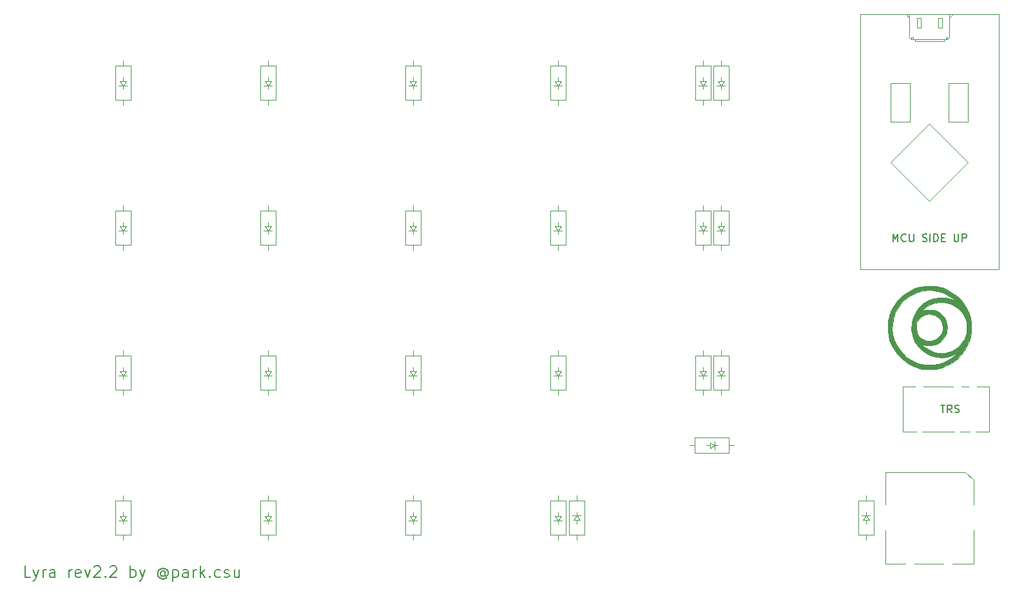
<source format=gto>
G04 #@! TF.GenerationSoftware,KiCad,Pcbnew,(5.1.10)-1*
G04 #@! TF.CreationDate,2021-08-19T11:37:30+09:00*
G04 #@! TF.ProjectId,Lyra,4c797261-2e6b-4696-9361-645f70636258,rev?*
G04 #@! TF.SameCoordinates,Original*
G04 #@! TF.FileFunction,Legend,Top*
G04 #@! TF.FilePolarity,Positive*
%FSLAX46Y46*%
G04 Gerber Fmt 4.6, Leading zero omitted, Abs format (unit mm)*
G04 Created by KiCad (PCBNEW (5.1.10)-1) date 2021-08-19 11:37:30*
%MOMM*%
%LPD*%
G01*
G04 APERTURE LIST*
%ADD10C,0.150000*%
%ADD11C,0.120000*%
%ADD12C,0.100000*%
%ADD13C,0.010000*%
%ADD14O,1.702000X1.702000*%
%ADD15C,2.352000*%
%ADD16C,1.852000*%
%ADD17C,4.089800*%
%ADD18C,3.150000*%
%ADD19C,2.102000*%
%ADD20C,2.202000*%
%ADD21C,1.626000*%
%ADD22O,1.902000X1.302000*%
%ADD23C,0.902000*%
%ADD24C,2.302000*%
G04 APERTURE END LIST*
D10*
X82155140Y-133243098D02*
X81440854Y-133243098D01*
X81440854Y-131743098D01*
X82512283Y-132243098D02*
X82869425Y-133243098D01*
X83226568Y-132243098D02*
X82869425Y-133243098D01*
X82726568Y-133600241D01*
X82655140Y-133671669D01*
X82512283Y-133743098D01*
X83797997Y-133243098D02*
X83797997Y-132243098D01*
X83797997Y-132528812D02*
X83869425Y-132385955D01*
X83940854Y-132314527D01*
X84083711Y-132243098D01*
X84226568Y-132243098D01*
X85369425Y-133243098D02*
X85369425Y-132457384D01*
X85297997Y-132314527D01*
X85155140Y-132243098D01*
X84869425Y-132243098D01*
X84726568Y-132314527D01*
X85369425Y-133171669D02*
X85226568Y-133243098D01*
X84869425Y-133243098D01*
X84726568Y-133171669D01*
X84655140Y-133028812D01*
X84655140Y-132885955D01*
X84726568Y-132743098D01*
X84869425Y-132671669D01*
X85226568Y-132671669D01*
X85369425Y-132600241D01*
X87226568Y-133243098D02*
X87226568Y-132243098D01*
X87226568Y-132528812D02*
X87297997Y-132385955D01*
X87369425Y-132314527D01*
X87512283Y-132243098D01*
X87655140Y-132243098D01*
X88726568Y-133171669D02*
X88583711Y-133243098D01*
X88297997Y-133243098D01*
X88155140Y-133171669D01*
X88083711Y-133028812D01*
X88083711Y-132457384D01*
X88155140Y-132314527D01*
X88297997Y-132243098D01*
X88583711Y-132243098D01*
X88726568Y-132314527D01*
X88797997Y-132457384D01*
X88797997Y-132600241D01*
X88083711Y-132743098D01*
X89297997Y-132243098D02*
X89655140Y-133243098D01*
X90012283Y-132243098D01*
X90512283Y-131885955D02*
X90583711Y-131814527D01*
X90726568Y-131743098D01*
X91083711Y-131743098D01*
X91226568Y-131814527D01*
X91297997Y-131885955D01*
X91369425Y-132028812D01*
X91369425Y-132171669D01*
X91297997Y-132385955D01*
X90440854Y-133243098D01*
X91369425Y-133243098D01*
X92012283Y-133100241D02*
X92083711Y-133171669D01*
X92012283Y-133243098D01*
X91940854Y-133171669D01*
X92012283Y-133100241D01*
X92012283Y-133243098D01*
X92655140Y-131885955D02*
X92726568Y-131814527D01*
X92869425Y-131743098D01*
X93226568Y-131743098D01*
X93369425Y-131814527D01*
X93440854Y-131885955D01*
X93512283Y-132028812D01*
X93512283Y-132171669D01*
X93440854Y-132385955D01*
X92583711Y-133243098D01*
X93512283Y-133243098D01*
X95297997Y-133243098D02*
X95297997Y-131743098D01*
X95297997Y-132314527D02*
X95440854Y-132243098D01*
X95726568Y-132243098D01*
X95869425Y-132314527D01*
X95940854Y-132385955D01*
X96012283Y-132528812D01*
X96012283Y-132957384D01*
X95940854Y-133100241D01*
X95869425Y-133171669D01*
X95726568Y-133243098D01*
X95440854Y-133243098D01*
X95297997Y-133171669D01*
X96512283Y-132243098D02*
X96869425Y-133243098D01*
X97226568Y-132243098D02*
X96869425Y-133243098D01*
X96726568Y-133600241D01*
X96655140Y-133671669D01*
X96512283Y-133743098D01*
X99869425Y-132528812D02*
X99797997Y-132457384D01*
X99655140Y-132385955D01*
X99512283Y-132385955D01*
X99369425Y-132457384D01*
X99297997Y-132528812D01*
X99226568Y-132671669D01*
X99226568Y-132814527D01*
X99297997Y-132957384D01*
X99369425Y-133028812D01*
X99512283Y-133100241D01*
X99655140Y-133100241D01*
X99797997Y-133028812D01*
X99869425Y-132957384D01*
X99869425Y-132385955D02*
X99869425Y-132957384D01*
X99940854Y-133028812D01*
X100012283Y-133028812D01*
X100155140Y-132957384D01*
X100226568Y-132814527D01*
X100226568Y-132457384D01*
X100083711Y-132243098D01*
X99869425Y-132100241D01*
X99583711Y-132028812D01*
X99297997Y-132100241D01*
X99083711Y-132243098D01*
X98940854Y-132457384D01*
X98869425Y-132743098D01*
X98940854Y-133028812D01*
X99083711Y-133243098D01*
X99297997Y-133385955D01*
X99583711Y-133457384D01*
X99869425Y-133385955D01*
X100083711Y-133243098D01*
X100869425Y-132243098D02*
X100869425Y-133743098D01*
X100869425Y-132314527D02*
X101012283Y-132243098D01*
X101297997Y-132243098D01*
X101440854Y-132314527D01*
X101512283Y-132385955D01*
X101583711Y-132528812D01*
X101583711Y-132957384D01*
X101512283Y-133100241D01*
X101440854Y-133171669D01*
X101297997Y-133243098D01*
X101012283Y-133243098D01*
X100869425Y-133171669D01*
X102869425Y-133243098D02*
X102869425Y-132457384D01*
X102797997Y-132314527D01*
X102655140Y-132243098D01*
X102369425Y-132243098D01*
X102226568Y-132314527D01*
X102869425Y-133171669D02*
X102726568Y-133243098D01*
X102369425Y-133243098D01*
X102226568Y-133171669D01*
X102155140Y-133028812D01*
X102155140Y-132885955D01*
X102226568Y-132743098D01*
X102369425Y-132671669D01*
X102726568Y-132671669D01*
X102869425Y-132600241D01*
X103583711Y-133243098D02*
X103583711Y-132243098D01*
X103583711Y-132528812D02*
X103655140Y-132385955D01*
X103726568Y-132314527D01*
X103869425Y-132243098D01*
X104012283Y-132243098D01*
X104512283Y-133243098D02*
X104512283Y-131743098D01*
X104655140Y-132671669D02*
X105083711Y-133243098D01*
X105083711Y-132243098D02*
X104512283Y-132814527D01*
X105726568Y-133100241D02*
X105797997Y-133171669D01*
X105726568Y-133243098D01*
X105655140Y-133171669D01*
X105726568Y-133100241D01*
X105726568Y-133243098D01*
X107083711Y-133171669D02*
X106940854Y-133243098D01*
X106655140Y-133243098D01*
X106512283Y-133171669D01*
X106440854Y-133100241D01*
X106369425Y-132957384D01*
X106369425Y-132528812D01*
X106440854Y-132385955D01*
X106512283Y-132314527D01*
X106655140Y-132243098D01*
X106940854Y-132243098D01*
X107083711Y-132314527D01*
X107655140Y-133171669D02*
X107797997Y-133243098D01*
X108083711Y-133243098D01*
X108226568Y-133171669D01*
X108297997Y-133028812D01*
X108297997Y-132957384D01*
X108226568Y-132814527D01*
X108083711Y-132743098D01*
X107869425Y-132743098D01*
X107726568Y-132671669D01*
X107655140Y-132528812D01*
X107655140Y-132457384D01*
X107726568Y-132314527D01*
X107869425Y-132243098D01*
X108083711Y-132243098D01*
X108226568Y-132314527D01*
X109583711Y-132243098D02*
X109583711Y-133243098D01*
X108940854Y-132243098D02*
X108940854Y-133028812D01*
X109012283Y-133171669D01*
X109155140Y-133243098D01*
X109369425Y-133243098D01*
X109512283Y-133171669D01*
X109583711Y-133100241D01*
D11*
X112371578Y-123170467D02*
X114371578Y-123170467D01*
X112371578Y-127670467D02*
X114371578Y-127670467D01*
X113371578Y-129230467D02*
X113371578Y-127670467D01*
X114371578Y-127670467D02*
X114371578Y-123170467D01*
D12*
X113771578Y-125170467D02*
X113371578Y-125770467D01*
X113371578Y-125770467D02*
X112971578Y-125170467D01*
X113371578Y-125170467D02*
X113371578Y-124670467D01*
D11*
X112371578Y-127670467D02*
X112371578Y-123170467D01*
D12*
X112971578Y-125170467D02*
X113771578Y-125170467D01*
X113371578Y-126170467D02*
X113371578Y-125770467D01*
X112821578Y-125770467D02*
X113921578Y-125770467D01*
D11*
X113371578Y-121610467D02*
X113371578Y-123170467D01*
X93321578Y-123170467D02*
X95321578Y-123170467D01*
X93321578Y-127670467D02*
X95321578Y-127670467D01*
X94321578Y-129230467D02*
X94321578Y-127670467D01*
X95321578Y-127670467D02*
X95321578Y-123170467D01*
D12*
X94721578Y-125170467D02*
X94321578Y-125770467D01*
X94321578Y-125770467D02*
X93921578Y-125170467D01*
X94321578Y-125170467D02*
X94321578Y-124670467D01*
D11*
X93321578Y-127670467D02*
X93321578Y-123170467D01*
D12*
X93921578Y-125170467D02*
X94721578Y-125170467D01*
X94321578Y-126170467D02*
X94321578Y-125770467D01*
X93771578Y-125770467D02*
X94871578Y-125770467D01*
D11*
X94321578Y-121610467D02*
X94321578Y-123170467D01*
X192952828Y-127670467D02*
X190952828Y-127670467D01*
X192952828Y-123170467D02*
X190952828Y-123170467D01*
X191952828Y-121610467D02*
X191952828Y-123170467D01*
X190952828Y-123170467D02*
X190952828Y-127670467D01*
D12*
X191552828Y-125670467D02*
X191952828Y-125070467D01*
X191952828Y-125070467D02*
X192352828Y-125670467D01*
X191952828Y-125670467D02*
X191952828Y-126170467D01*
D11*
X192952828Y-123170467D02*
X192952828Y-127670467D01*
D12*
X192352828Y-125670467D02*
X191552828Y-125670467D01*
X191952828Y-124670467D02*
X191952828Y-125070467D01*
X192502828Y-125070467D02*
X191402828Y-125070467D01*
D11*
X191952828Y-129230467D02*
X191952828Y-127670467D01*
X169462203Y-116895467D02*
X169462203Y-114895467D01*
X173962203Y-116895467D02*
X173962203Y-114895467D01*
X175522203Y-115895467D02*
X173962203Y-115895467D01*
X173962203Y-114895467D02*
X169462203Y-114895467D01*
D12*
X171462203Y-115495467D02*
X172062203Y-115895467D01*
X172062203Y-115895467D02*
X171462203Y-116295467D01*
X171462203Y-115895467D02*
X170962203Y-115895467D01*
D11*
X173962203Y-116895467D02*
X169462203Y-116895467D01*
D12*
X171462203Y-116295467D02*
X171462203Y-115495467D01*
X172462203Y-115895467D02*
X172062203Y-115895467D01*
X172062203Y-116445467D02*
X172062203Y-115345467D01*
D11*
X167902203Y-115895467D02*
X169462203Y-115895467D01*
X154932203Y-127670467D02*
X152932203Y-127670467D01*
X154932203Y-123170467D02*
X152932203Y-123170467D01*
X153932203Y-121610467D02*
X153932203Y-123170467D01*
X152932203Y-123170467D02*
X152932203Y-127670467D01*
D12*
X153532203Y-125670467D02*
X153932203Y-125070467D01*
X153932203Y-125070467D02*
X154332203Y-125670467D01*
X153932203Y-125670467D02*
X153932203Y-126170467D01*
D11*
X154932203Y-123170467D02*
X154932203Y-127670467D01*
D12*
X154332203Y-125670467D02*
X153532203Y-125670467D01*
X153932203Y-124670467D02*
X153932203Y-125070467D01*
X154482203Y-125070467D02*
X153382203Y-125070467D01*
D11*
X153932203Y-129230467D02*
X153932203Y-127670467D01*
X150471578Y-123170467D02*
X152471578Y-123170467D01*
X150471578Y-127670467D02*
X152471578Y-127670467D01*
X151471578Y-129230467D02*
X151471578Y-127670467D01*
X152471578Y-127670467D02*
X152471578Y-123170467D01*
D12*
X151871578Y-125170467D02*
X151471578Y-125770467D01*
X151471578Y-125770467D02*
X151071578Y-125170467D01*
X151471578Y-125170467D02*
X151471578Y-124670467D01*
D11*
X150471578Y-127670467D02*
X150471578Y-123170467D01*
D12*
X151071578Y-125170467D02*
X151871578Y-125170467D01*
X151471578Y-126170467D02*
X151471578Y-125770467D01*
X150921578Y-125770467D02*
X152021578Y-125770467D01*
D11*
X151471578Y-121610467D02*
X151471578Y-123170467D01*
X131421578Y-123170467D02*
X133421578Y-123170467D01*
X131421578Y-127670467D02*
X133421578Y-127670467D01*
X132421578Y-129230467D02*
X132421578Y-127670467D01*
X133421578Y-127670467D02*
X133421578Y-123170467D01*
D12*
X132821578Y-125170467D02*
X132421578Y-125770467D01*
X132421578Y-125770467D02*
X132021578Y-125170467D01*
X132421578Y-125170467D02*
X132421578Y-124670467D01*
D11*
X131421578Y-127670467D02*
X131421578Y-123170467D01*
D12*
X132021578Y-125170467D02*
X132821578Y-125170467D01*
X132421578Y-126170467D02*
X132421578Y-125770467D01*
X131871578Y-125770467D02*
X132971578Y-125770467D01*
D11*
X132421578Y-121610467D02*
X132421578Y-123170467D01*
X171902781Y-104120467D02*
X173902781Y-104120467D01*
X171902781Y-108620467D02*
X173902781Y-108620467D01*
X172902781Y-110180467D02*
X172902781Y-108620467D01*
X173902781Y-108620467D02*
X173902781Y-104120467D01*
D12*
X173302781Y-106120467D02*
X172902781Y-106720467D01*
X172902781Y-106720467D02*
X172502781Y-106120467D01*
X172902781Y-106120467D02*
X172902781Y-105620467D01*
D11*
X171902781Y-108620467D02*
X171902781Y-104120467D01*
D12*
X172502781Y-106120467D02*
X173302781Y-106120467D01*
X172902781Y-107120467D02*
X172902781Y-106720467D01*
X172352781Y-106720467D02*
X173452781Y-106720467D01*
D11*
X172902781Y-102560467D02*
X172902781Y-104120467D01*
X169521529Y-104120467D02*
X171521529Y-104120467D01*
X169521529Y-108620467D02*
X171521529Y-108620467D01*
X170521529Y-110180467D02*
X170521529Y-108620467D01*
X171521529Y-108620467D02*
X171521529Y-104120467D01*
D12*
X170921529Y-106120467D02*
X170521529Y-106720467D01*
X170521529Y-106720467D02*
X170121529Y-106120467D01*
X170521529Y-106120467D02*
X170521529Y-105620467D01*
D11*
X169521529Y-108620467D02*
X169521529Y-104120467D01*
D12*
X170121529Y-106120467D02*
X170921529Y-106120467D01*
X170521529Y-107120467D02*
X170521529Y-106720467D01*
X169971529Y-106720467D02*
X171071529Y-106720467D01*
D11*
X170521529Y-102560467D02*
X170521529Y-104120467D01*
X150471578Y-104120467D02*
X152471578Y-104120467D01*
X150471578Y-108620467D02*
X152471578Y-108620467D01*
X151471578Y-110180467D02*
X151471578Y-108620467D01*
X152471578Y-108620467D02*
X152471578Y-104120467D01*
D12*
X151871578Y-106120467D02*
X151471578Y-106720467D01*
X151471578Y-106720467D02*
X151071578Y-106120467D01*
X151471578Y-106120467D02*
X151471578Y-105620467D01*
D11*
X150471578Y-108620467D02*
X150471578Y-104120467D01*
D12*
X151071578Y-106120467D02*
X151871578Y-106120467D01*
X151471578Y-107120467D02*
X151471578Y-106720467D01*
X150921578Y-106720467D02*
X152021578Y-106720467D01*
D11*
X151471578Y-102560467D02*
X151471578Y-104120467D01*
X131421578Y-104120467D02*
X133421578Y-104120467D01*
X131421578Y-108620467D02*
X133421578Y-108620467D01*
X132421578Y-110180467D02*
X132421578Y-108620467D01*
X133421578Y-108620467D02*
X133421578Y-104120467D01*
D12*
X132821578Y-106120467D02*
X132421578Y-106720467D01*
X132421578Y-106720467D02*
X132021578Y-106120467D01*
X132421578Y-106120467D02*
X132421578Y-105620467D01*
D11*
X131421578Y-108620467D02*
X131421578Y-104120467D01*
D12*
X132021578Y-106120467D02*
X132821578Y-106120467D01*
X132421578Y-107120467D02*
X132421578Y-106720467D01*
X131871578Y-106720467D02*
X132971578Y-106720467D01*
D11*
X132421578Y-102560467D02*
X132421578Y-104120467D01*
X112371578Y-104120467D02*
X114371578Y-104120467D01*
X112371578Y-108620467D02*
X114371578Y-108620467D01*
X113371578Y-110180467D02*
X113371578Y-108620467D01*
X114371578Y-108620467D02*
X114371578Y-104120467D01*
D12*
X113771578Y-106120467D02*
X113371578Y-106720467D01*
X113371578Y-106720467D02*
X112971578Y-106120467D01*
X113371578Y-106120467D02*
X113371578Y-105620467D01*
D11*
X112371578Y-108620467D02*
X112371578Y-104120467D01*
D12*
X112971578Y-106120467D02*
X113771578Y-106120467D01*
X113371578Y-107120467D02*
X113371578Y-106720467D01*
X112821578Y-106720467D02*
X113921578Y-106720467D01*
D11*
X113371578Y-102560467D02*
X113371578Y-104120467D01*
X93321578Y-104120467D02*
X95321578Y-104120467D01*
X93321578Y-108620467D02*
X95321578Y-108620467D01*
X94321578Y-110180467D02*
X94321578Y-108620467D01*
X95321578Y-108620467D02*
X95321578Y-104120467D01*
D12*
X94721578Y-106120467D02*
X94321578Y-106720467D01*
X94321578Y-106720467D02*
X93921578Y-106120467D01*
X94321578Y-106120467D02*
X94321578Y-105620467D01*
D11*
X93321578Y-108620467D02*
X93321578Y-104120467D01*
D12*
X93921578Y-106120467D02*
X94721578Y-106120467D01*
X94321578Y-107120467D02*
X94321578Y-106720467D01*
X93771578Y-106720467D02*
X94871578Y-106720467D01*
D11*
X94321578Y-102560467D02*
X94321578Y-104120467D01*
X171902828Y-85070467D02*
X173902828Y-85070467D01*
X171902828Y-89570467D02*
X173902828Y-89570467D01*
X172902828Y-91130467D02*
X172902828Y-89570467D01*
X173902828Y-89570467D02*
X173902828Y-85070467D01*
D12*
X173302828Y-87070467D02*
X172902828Y-87670467D01*
X172902828Y-87670467D02*
X172502828Y-87070467D01*
X172902828Y-87070467D02*
X172902828Y-86570467D01*
D11*
X171902828Y-89570467D02*
X171902828Y-85070467D01*
D12*
X172502828Y-87070467D02*
X173302828Y-87070467D01*
X172902828Y-88070467D02*
X172902828Y-87670467D01*
X172352828Y-87670467D02*
X173452828Y-87670467D01*
D11*
X172902828Y-83510467D02*
X172902828Y-85070467D01*
X169521578Y-85070467D02*
X171521578Y-85070467D01*
X169521578Y-89570467D02*
X171521578Y-89570467D01*
X170521578Y-91130467D02*
X170521578Y-89570467D01*
X171521578Y-89570467D02*
X171521578Y-85070467D01*
D12*
X170921578Y-87070467D02*
X170521578Y-87670467D01*
X170521578Y-87670467D02*
X170121578Y-87070467D01*
X170521578Y-87070467D02*
X170521578Y-86570467D01*
D11*
X169521578Y-89570467D02*
X169521578Y-85070467D01*
D12*
X170121578Y-87070467D02*
X170921578Y-87070467D01*
X170521578Y-88070467D02*
X170521578Y-87670467D01*
X169971578Y-87670467D02*
X171071578Y-87670467D01*
D11*
X170521578Y-83510467D02*
X170521578Y-85070467D01*
X150471578Y-85070467D02*
X152471578Y-85070467D01*
X150471578Y-89570467D02*
X152471578Y-89570467D01*
X151471578Y-91130467D02*
X151471578Y-89570467D01*
X152471578Y-89570467D02*
X152471578Y-85070467D01*
D12*
X151871578Y-87070467D02*
X151471578Y-87670467D01*
X151471578Y-87670467D02*
X151071578Y-87070467D01*
X151471578Y-87070467D02*
X151471578Y-86570467D01*
D11*
X150471578Y-89570467D02*
X150471578Y-85070467D01*
D12*
X151071578Y-87070467D02*
X151871578Y-87070467D01*
X151471578Y-88070467D02*
X151471578Y-87670467D01*
X150921578Y-87670467D02*
X152021578Y-87670467D01*
D11*
X151471578Y-83510467D02*
X151471578Y-85070467D01*
X131421578Y-85070467D02*
X133421578Y-85070467D01*
X131421578Y-89570467D02*
X133421578Y-89570467D01*
X132421578Y-91130467D02*
X132421578Y-89570467D01*
X133421578Y-89570467D02*
X133421578Y-85070467D01*
D12*
X132821578Y-87070467D02*
X132421578Y-87670467D01*
X132421578Y-87670467D02*
X132021578Y-87070467D01*
X132421578Y-87070467D02*
X132421578Y-86570467D01*
D11*
X131421578Y-89570467D02*
X131421578Y-85070467D01*
D12*
X132021578Y-87070467D02*
X132821578Y-87070467D01*
X132421578Y-88070467D02*
X132421578Y-87670467D01*
X131871578Y-87670467D02*
X132971578Y-87670467D01*
D11*
X132421578Y-83510467D02*
X132421578Y-85070467D01*
X112371576Y-85070467D02*
X114371576Y-85070467D01*
X112371576Y-89570467D02*
X114371576Y-89570467D01*
X113371576Y-91130467D02*
X113371576Y-89570467D01*
X114371576Y-89570467D02*
X114371576Y-85070467D01*
D12*
X113771576Y-87070467D02*
X113371576Y-87670467D01*
X113371576Y-87670467D02*
X112971576Y-87070467D01*
X113371576Y-87070467D02*
X113371576Y-86570467D01*
D11*
X112371576Y-89570467D02*
X112371576Y-85070467D01*
D12*
X112971576Y-87070467D02*
X113771576Y-87070467D01*
X113371576Y-88070467D02*
X113371576Y-87670467D01*
X112821576Y-87670467D02*
X113921576Y-87670467D01*
D11*
X113371576Y-83510467D02*
X113371576Y-85070467D01*
X93321578Y-85070467D02*
X95321578Y-85070467D01*
X93321578Y-89570467D02*
X95321578Y-89570467D01*
X94321578Y-91130467D02*
X94321578Y-89570467D01*
X95321578Y-89570467D02*
X95321578Y-85070467D01*
D12*
X94721578Y-87070467D02*
X94321578Y-87670467D01*
X94321578Y-87670467D02*
X93921578Y-87070467D01*
X94321578Y-87070467D02*
X94321578Y-86570467D01*
D11*
X93321578Y-89570467D02*
X93321578Y-85070467D01*
D12*
X93921578Y-87070467D02*
X94721578Y-87070467D01*
X94321578Y-88070467D02*
X94321578Y-87670467D01*
X93771578Y-87670467D02*
X94871578Y-87670467D01*
D11*
X94321578Y-83510467D02*
X94321578Y-85070467D01*
X171902828Y-66020467D02*
X173902828Y-66020467D01*
X171902828Y-70520467D02*
X173902828Y-70520467D01*
X172902828Y-72080467D02*
X172902828Y-70520467D01*
X173902828Y-70520467D02*
X173902828Y-66020467D01*
D12*
X173302828Y-68020467D02*
X172902828Y-68620467D01*
X172902828Y-68620467D02*
X172502828Y-68020467D01*
X172902828Y-68020467D02*
X172902828Y-67520467D01*
D11*
X171902828Y-70520467D02*
X171902828Y-66020467D01*
D12*
X172502828Y-68020467D02*
X173302828Y-68020467D01*
X172902828Y-69020467D02*
X172902828Y-68620467D01*
X172352828Y-68620467D02*
X173452828Y-68620467D01*
D11*
X172902828Y-64460467D02*
X172902828Y-66020467D01*
X169521578Y-66020467D02*
X171521578Y-66020467D01*
X169521578Y-70520467D02*
X171521578Y-70520467D01*
X170521578Y-72080467D02*
X170521578Y-70520467D01*
X171521578Y-70520467D02*
X171521578Y-66020467D01*
D12*
X170921578Y-68020467D02*
X170521578Y-68620467D01*
X170521578Y-68620467D02*
X170121578Y-68020467D01*
X170521578Y-68020467D02*
X170521578Y-67520467D01*
D11*
X169521578Y-70520467D02*
X169521578Y-66020467D01*
D12*
X170121578Y-68020467D02*
X170921578Y-68020467D01*
X170521578Y-69020467D02*
X170521578Y-68620467D01*
X169971578Y-68620467D02*
X171071578Y-68620467D01*
D11*
X170521578Y-64460467D02*
X170521578Y-66020467D01*
X150471578Y-66020467D02*
X152471578Y-66020467D01*
X150471578Y-70520467D02*
X152471578Y-70520467D01*
X151471578Y-72080467D02*
X151471578Y-70520467D01*
X152471578Y-70520467D02*
X152471578Y-66020467D01*
D12*
X151871578Y-68020467D02*
X151471578Y-68620467D01*
X151471578Y-68620467D02*
X151071578Y-68020467D01*
X151471578Y-68020467D02*
X151471578Y-67520467D01*
D11*
X150471578Y-70520467D02*
X150471578Y-66020467D01*
D12*
X151071578Y-68020467D02*
X151871578Y-68020467D01*
X151471578Y-69020467D02*
X151471578Y-68620467D01*
X150921578Y-68620467D02*
X152021578Y-68620467D01*
D11*
X151471578Y-64460467D02*
X151471578Y-66020467D01*
X131421578Y-66020467D02*
X133421578Y-66020467D01*
X131421578Y-70520467D02*
X133421578Y-70520467D01*
X132421578Y-72080467D02*
X132421578Y-70520467D01*
X133421578Y-70520467D02*
X133421578Y-66020467D01*
D12*
X132821578Y-68020467D02*
X132421578Y-68620467D01*
X132421578Y-68620467D02*
X132021578Y-68020467D01*
X132421578Y-68020467D02*
X132421578Y-67520467D01*
D11*
X131421578Y-70520467D02*
X131421578Y-66020467D01*
D12*
X132021578Y-68020467D02*
X132821578Y-68020467D01*
X132421578Y-69020467D02*
X132421578Y-68620467D01*
X131871578Y-68620467D02*
X132971578Y-68620467D01*
D11*
X132421578Y-64460467D02*
X132421578Y-66020467D01*
X112371578Y-66020467D02*
X114371578Y-66020467D01*
X112371578Y-70520467D02*
X114371578Y-70520467D01*
X113371578Y-72080467D02*
X113371578Y-70520467D01*
X114371578Y-70520467D02*
X114371578Y-66020467D01*
D12*
X113771578Y-68020467D02*
X113371578Y-68620467D01*
X113371578Y-68620467D02*
X112971578Y-68020467D01*
X113371578Y-68020467D02*
X113371578Y-67520467D01*
D11*
X112371578Y-70520467D02*
X112371578Y-66020467D01*
D12*
X112971578Y-68020467D02*
X113771578Y-68020467D01*
X113371578Y-69020467D02*
X113371578Y-68620467D01*
X112821578Y-68620467D02*
X113921578Y-68620467D01*
D11*
X113371578Y-64460467D02*
X113371578Y-66020467D01*
X93321578Y-66020467D02*
X95321578Y-66020467D01*
X93321578Y-70520467D02*
X95321578Y-70520467D01*
X94321578Y-72080467D02*
X94321578Y-70520467D01*
X95321578Y-70520467D02*
X95321578Y-66020467D01*
D12*
X94721578Y-68020467D02*
X94321578Y-68620467D01*
X94321578Y-68620467D02*
X93921578Y-68020467D01*
X94321578Y-68020467D02*
X94321578Y-67520467D01*
D11*
X93321578Y-70520467D02*
X93321578Y-66020467D01*
D12*
X93921578Y-68020467D02*
X94721578Y-68020467D01*
X94321578Y-69020467D02*
X94321578Y-68620467D01*
X93771578Y-68620467D02*
X94871578Y-68620467D01*
D11*
X94321578Y-64460467D02*
X94321578Y-66020467D01*
X194499187Y-131429747D02*
X194499187Y-119429747D01*
X206099187Y-131429747D02*
X194499187Y-131429747D01*
X204999187Y-119429747D02*
X206099187Y-120429747D01*
X194499187Y-119429747D02*
X204999187Y-119429747D01*
X206099187Y-120429747D02*
X206099187Y-131429747D01*
X199162162Y-60995550D02*
X199162162Y-59745617D01*
X201412095Y-59745617D02*
X201911966Y-59745617D01*
X195202048Y-73405482D02*
X195202048Y-68325483D01*
X197162167Y-59245491D02*
X197662039Y-59745617D01*
X198662037Y-59745617D02*
X198662037Y-60995550D01*
X201911966Y-59745617D02*
X201911966Y-60995550D01*
X201412095Y-60995550D02*
X201412095Y-59745617D01*
X202911964Y-62245485D02*
X202911964Y-59245491D01*
X199162162Y-59745617D02*
X198662037Y-59745617D01*
X201911966Y-60995550D02*
X201412095Y-60995550D01*
X197911974Y-62495421D02*
X197911974Y-62245485D01*
X209412079Y-92745550D02*
X191162179Y-92745550D01*
X197911974Y-62245485D02*
X198162165Y-62245485D01*
X198162165Y-62245485D02*
X198162165Y-62495421D01*
X202662029Y-62495421D02*
X202911964Y-62245485D01*
X197742049Y-73405482D02*
X195202048Y-73405482D01*
X209412079Y-59245491D02*
X209412079Y-92745550D01*
X197662039Y-62245485D02*
X197911974Y-62495421D01*
X197911974Y-62495421D02*
X202662029Y-62495421D01*
X202911964Y-59745617D02*
X203412090Y-59245491D01*
X191162179Y-59245491D02*
X209412079Y-59245491D01*
X191162179Y-92745550D02*
X191162179Y-59245491D01*
X197662039Y-59245491D02*
X197662039Y-62245485D01*
X198662037Y-60995550D02*
X199162162Y-60995550D01*
X200282048Y-73585490D02*
X205362049Y-78665491D01*
X200282048Y-83745491D02*
X195202048Y-78665491D01*
X202162156Y-62745611D02*
X202162156Y-62495421D01*
X198412100Y-62495421D02*
X198412100Y-62745611D01*
X205362049Y-68325483D02*
X205362049Y-73405482D01*
X202662029Y-62245485D02*
X202662029Y-62495421D01*
X205362049Y-73405482D02*
X202822049Y-73405482D01*
X195202048Y-78665491D02*
X200282048Y-73585490D01*
X202822049Y-68325483D02*
X205362049Y-68325483D01*
X205362049Y-78665491D02*
X200282048Y-83745491D01*
X198412100Y-62745611D02*
X202162156Y-62745611D01*
X202412093Y-62245485D02*
X202662029Y-62245485D01*
X202822049Y-73405482D02*
X202822049Y-68325483D01*
X202412093Y-62495421D02*
X202412093Y-62245485D01*
X195202048Y-68325483D02*
X197742049Y-68325483D01*
X197742049Y-68325483D02*
X197742049Y-73405482D01*
X196812763Y-108133187D02*
X196812763Y-114133187D01*
X208112763Y-114133187D02*
X208112763Y-108133187D01*
X208112763Y-108133187D02*
X196812763Y-108133187D01*
X196812763Y-114133187D02*
X208112763Y-114133187D01*
D13*
G36*
X201202742Y-94996437D02*
G01*
X201790980Y-95109696D01*
X201938179Y-95154038D01*
X202817745Y-95526122D01*
X203595574Y-96025506D01*
X203761840Y-96159155D01*
X204368798Y-96730127D01*
X204850111Y-97336144D01*
X205239866Y-98025500D01*
X205480545Y-98594236D01*
X205588530Y-98892335D01*
X205661528Y-99143129D01*
X205706471Y-99393889D01*
X205730293Y-99691886D01*
X205739927Y-100084393D01*
X205741749Y-100375184D01*
X205739854Y-100850944D01*
X205726301Y-101205538D01*
X205694758Y-101487049D01*
X205638893Y-101743558D01*
X205552374Y-102023150D01*
X205507713Y-102152371D01*
X205181812Y-102928239D01*
X204778045Y-103594955D01*
X204263032Y-104206756D01*
X204209572Y-104261495D01*
X203598735Y-104806456D01*
X202947134Y-105230855D01*
X202195886Y-105572412D01*
X202116622Y-105602132D01*
X201754030Y-105725470D01*
X201429997Y-105805413D01*
X201081129Y-105853023D01*
X200644031Y-105879359D01*
X200498846Y-105884376D01*
X200078991Y-105889723D01*
X199685894Y-105881176D01*
X199372330Y-105860576D01*
X199228846Y-105840063D01*
X198296738Y-105554691D01*
X197441739Y-105124749D01*
X196677863Y-104562806D01*
X196019124Y-103881431D01*
X195479537Y-103093193D01*
X195073115Y-102210661D01*
X195023700Y-102068517D01*
X194892724Y-101514999D01*
X194822726Y-100863147D01*
X194817245Y-100442851D01*
X195377764Y-100442851D01*
X195460717Y-101320917D01*
X195696690Y-102156383D01*
X196071849Y-102931648D01*
X196572363Y-103629109D01*
X197184401Y-104231165D01*
X197894131Y-104720214D01*
X198687722Y-105078652D01*
X199120217Y-105205477D01*
X199632866Y-105286671D01*
X200231738Y-105315070D01*
X200842240Y-105290911D01*
X201389781Y-105214433D01*
X201463782Y-105198014D01*
X202005052Y-105023996D01*
X202577548Y-104762640D01*
X203110041Y-104450056D01*
X203462179Y-104184928D01*
X203800846Y-103890529D01*
X203415865Y-104055383D01*
X202662091Y-104293216D01*
X201907376Y-104374126D01*
X201169037Y-104309537D01*
X200464394Y-104110872D01*
X199810764Y-103789553D01*
X199225464Y-103357005D01*
X198725812Y-102824651D01*
X198633021Y-102679449D01*
X199374644Y-102679449D01*
X199416808Y-102775634D01*
X199570821Y-102920163D01*
X200211288Y-103357618D01*
X200897200Y-103647493D01*
X201606677Y-103783951D01*
X202317841Y-103761156D01*
X202555518Y-103716233D01*
X203242777Y-103473800D01*
X203869033Y-103088772D01*
X204404654Y-102584693D01*
X204820008Y-101985107D01*
X204879174Y-101869959D01*
X205004354Y-101601290D01*
X205084509Y-101379142D01*
X205129626Y-101150881D01*
X205149693Y-100863867D01*
X205154696Y-100465465D01*
X205154752Y-100417517D01*
X205150214Y-99994553D01*
X205130244Y-99689508D01*
X205086363Y-99451108D01*
X205010094Y-99228081D01*
X204927193Y-99041460D01*
X204542097Y-98403146D01*
X204052585Y-97881947D01*
X203480409Y-97483273D01*
X202847321Y-97212531D01*
X202175074Y-97075131D01*
X201485419Y-97076482D01*
X200800110Y-97221993D01*
X200140899Y-97517071D01*
X199776637Y-97760746D01*
X199512980Y-97975552D01*
X199381288Y-98115089D01*
X199384579Y-98173895D01*
X199525867Y-98146509D01*
X199573024Y-98129421D01*
X199890031Y-98063207D01*
X200296015Y-98052459D01*
X200720775Y-98094874D01*
X201066559Y-98178446D01*
X201581490Y-98438737D01*
X202010681Y-98822734D01*
X202338308Y-99299920D01*
X202548547Y-99839774D01*
X202625574Y-100411778D01*
X202553565Y-100985413D01*
X202542488Y-101025000D01*
X202305562Y-101571645D01*
X201951200Y-102036339D01*
X201506254Y-102402878D01*
X200997578Y-102655056D01*
X200452026Y-102776666D01*
X199896451Y-102751505D01*
X199741175Y-102715517D01*
X199482297Y-102659974D01*
X199374644Y-102679449D01*
X198633021Y-102679449D01*
X198329127Y-102203913D01*
X198052726Y-101506216D01*
X197913927Y-100742982D01*
X197900813Y-100417517D01*
X197929704Y-100123976D01*
X198518912Y-100123976D01*
X198522840Y-100489190D01*
X198523673Y-100504198D01*
X198607871Y-101035022D01*
X198803578Y-101451158D01*
X199126574Y-101777598D01*
X199451451Y-101973444D01*
X199929089Y-102150873D01*
X200394503Y-102184014D01*
X200824921Y-102104030D01*
X201207233Y-101918318D01*
X201553583Y-101606323D01*
X201832550Y-101211039D01*
X202012714Y-100775456D01*
X202064707Y-100407694D01*
X201984204Y-99902466D01*
X201762032Y-99450080D01*
X201423524Y-99075375D01*
X200994014Y-98803192D01*
X200498834Y-98658369D01*
X200263293Y-98641376D01*
X199710282Y-98713835D01*
X199239057Y-98933188D01*
X198858220Y-99294255D01*
X198661499Y-99605841D01*
X198561587Y-99852629D01*
X198518912Y-100123976D01*
X197929704Y-100123976D01*
X197978657Y-99626605D01*
X198200856Y-98898336D01*
X198550411Y-98243984D01*
X199010323Y-97674826D01*
X199563591Y-97202137D01*
X200193218Y-96837193D01*
X200882203Y-96591269D01*
X201613547Y-96475642D01*
X202370251Y-96501586D01*
X203135315Y-96680379D01*
X203390305Y-96776325D01*
X203800846Y-96946294D01*
X203462179Y-96651001D01*
X202812185Y-96189115D01*
X202061113Y-95835185D01*
X201249149Y-95603792D01*
X200416477Y-95509519D01*
X200312513Y-95508102D01*
X199397941Y-95587316D01*
X198534085Y-95825250D01*
X197733932Y-96216576D01*
X197010469Y-96755970D01*
X196812926Y-96943264D01*
X196230723Y-97641534D01*
X195795010Y-98420338D01*
X195511113Y-99266690D01*
X195384360Y-100167602D01*
X195377764Y-100442851D01*
X194817245Y-100442851D01*
X194813720Y-100172604D01*
X194865718Y-99503011D01*
X194978732Y-98914013D01*
X195023013Y-98766517D01*
X195408860Y-97864596D01*
X195930639Y-97057145D01*
X196576435Y-96356078D01*
X197334331Y-95773311D01*
X198192414Y-95320758D01*
X198636179Y-95153351D01*
X199190575Y-95022605D01*
X199842897Y-94952879D01*
X200533500Y-94944160D01*
X201202742Y-94996437D01*
G37*
X201202742Y-94996437D02*
X201790980Y-95109696D01*
X201938179Y-95154038D01*
X202817745Y-95526122D01*
X203595574Y-96025506D01*
X203761840Y-96159155D01*
X204368798Y-96730127D01*
X204850111Y-97336144D01*
X205239866Y-98025500D01*
X205480545Y-98594236D01*
X205588530Y-98892335D01*
X205661528Y-99143129D01*
X205706471Y-99393889D01*
X205730293Y-99691886D01*
X205739927Y-100084393D01*
X205741749Y-100375184D01*
X205739854Y-100850944D01*
X205726301Y-101205538D01*
X205694758Y-101487049D01*
X205638893Y-101743558D01*
X205552374Y-102023150D01*
X205507713Y-102152371D01*
X205181812Y-102928239D01*
X204778045Y-103594955D01*
X204263032Y-104206756D01*
X204209572Y-104261495D01*
X203598735Y-104806456D01*
X202947134Y-105230855D01*
X202195886Y-105572412D01*
X202116622Y-105602132D01*
X201754030Y-105725470D01*
X201429997Y-105805413D01*
X201081129Y-105853023D01*
X200644031Y-105879359D01*
X200498846Y-105884376D01*
X200078991Y-105889723D01*
X199685894Y-105881176D01*
X199372330Y-105860576D01*
X199228846Y-105840063D01*
X198296738Y-105554691D01*
X197441739Y-105124749D01*
X196677863Y-104562806D01*
X196019124Y-103881431D01*
X195479537Y-103093193D01*
X195073115Y-102210661D01*
X195023700Y-102068517D01*
X194892724Y-101514999D01*
X194822726Y-100863147D01*
X194817245Y-100442851D01*
X195377764Y-100442851D01*
X195460717Y-101320917D01*
X195696690Y-102156383D01*
X196071849Y-102931648D01*
X196572363Y-103629109D01*
X197184401Y-104231165D01*
X197894131Y-104720214D01*
X198687722Y-105078652D01*
X199120217Y-105205477D01*
X199632866Y-105286671D01*
X200231738Y-105315070D01*
X200842240Y-105290911D01*
X201389781Y-105214433D01*
X201463782Y-105198014D01*
X202005052Y-105023996D01*
X202577548Y-104762640D01*
X203110041Y-104450056D01*
X203462179Y-104184928D01*
X203800846Y-103890529D01*
X203415865Y-104055383D01*
X202662091Y-104293216D01*
X201907376Y-104374126D01*
X201169037Y-104309537D01*
X200464394Y-104110872D01*
X199810764Y-103789553D01*
X199225464Y-103357005D01*
X198725812Y-102824651D01*
X198633021Y-102679449D01*
X199374644Y-102679449D01*
X199416808Y-102775634D01*
X199570821Y-102920163D01*
X200211288Y-103357618D01*
X200897200Y-103647493D01*
X201606677Y-103783951D01*
X202317841Y-103761156D01*
X202555518Y-103716233D01*
X203242777Y-103473800D01*
X203869033Y-103088772D01*
X204404654Y-102584693D01*
X204820008Y-101985107D01*
X204879174Y-101869959D01*
X205004354Y-101601290D01*
X205084509Y-101379142D01*
X205129626Y-101150881D01*
X205149693Y-100863867D01*
X205154696Y-100465465D01*
X205154752Y-100417517D01*
X205150214Y-99994553D01*
X205130244Y-99689508D01*
X205086363Y-99451108D01*
X205010094Y-99228081D01*
X204927193Y-99041460D01*
X204542097Y-98403146D01*
X204052585Y-97881947D01*
X203480409Y-97483273D01*
X202847321Y-97212531D01*
X202175074Y-97075131D01*
X201485419Y-97076482D01*
X200800110Y-97221993D01*
X200140899Y-97517071D01*
X199776637Y-97760746D01*
X199512980Y-97975552D01*
X199381288Y-98115089D01*
X199384579Y-98173895D01*
X199525867Y-98146509D01*
X199573024Y-98129421D01*
X199890031Y-98063207D01*
X200296015Y-98052459D01*
X200720775Y-98094874D01*
X201066559Y-98178446D01*
X201581490Y-98438737D01*
X202010681Y-98822734D01*
X202338308Y-99299920D01*
X202548547Y-99839774D01*
X202625574Y-100411778D01*
X202553565Y-100985413D01*
X202542488Y-101025000D01*
X202305562Y-101571645D01*
X201951200Y-102036339D01*
X201506254Y-102402878D01*
X200997578Y-102655056D01*
X200452026Y-102776666D01*
X199896451Y-102751505D01*
X199741175Y-102715517D01*
X199482297Y-102659974D01*
X199374644Y-102679449D01*
X198633021Y-102679449D01*
X198329127Y-102203913D01*
X198052726Y-101506216D01*
X197913927Y-100742982D01*
X197900813Y-100417517D01*
X197929704Y-100123976D01*
X198518912Y-100123976D01*
X198522840Y-100489190D01*
X198523673Y-100504198D01*
X198607871Y-101035022D01*
X198803578Y-101451158D01*
X199126574Y-101777598D01*
X199451451Y-101973444D01*
X199929089Y-102150873D01*
X200394503Y-102184014D01*
X200824921Y-102104030D01*
X201207233Y-101918318D01*
X201553583Y-101606323D01*
X201832550Y-101211039D01*
X202012714Y-100775456D01*
X202064707Y-100407694D01*
X201984204Y-99902466D01*
X201762032Y-99450080D01*
X201423524Y-99075375D01*
X200994014Y-98803192D01*
X200498834Y-98658369D01*
X200263293Y-98641376D01*
X199710282Y-98713835D01*
X199239057Y-98933188D01*
X198858220Y-99294255D01*
X198661499Y-99605841D01*
X198561587Y-99852629D01*
X198518912Y-100123976D01*
X197929704Y-100123976D01*
X197978657Y-99626605D01*
X198200856Y-98898336D01*
X198550411Y-98243984D01*
X199010323Y-97674826D01*
X199563591Y-97202137D01*
X200193218Y-96837193D01*
X200882203Y-96591269D01*
X201613547Y-96475642D01*
X202370251Y-96501586D01*
X203135315Y-96680379D01*
X203390305Y-96776325D01*
X203800846Y-96946294D01*
X203462179Y-96651001D01*
X202812185Y-96189115D01*
X202061113Y-95835185D01*
X201249149Y-95603792D01*
X200416477Y-95509519D01*
X200312513Y-95508102D01*
X199397941Y-95587316D01*
X198534085Y-95825250D01*
X197733932Y-96216576D01*
X197010469Y-96755970D01*
X196812926Y-96943264D01*
X196230723Y-97641534D01*
X195795010Y-98420338D01*
X195511113Y-99266690D01*
X195384360Y-100167602D01*
X195377764Y-100442851D01*
X194817245Y-100442851D01*
X194813720Y-100172604D01*
X194865718Y-99503011D01*
X194978732Y-98914013D01*
X195023013Y-98766517D01*
X195408860Y-97864596D01*
X195930639Y-97057145D01*
X196576435Y-96356078D01*
X197334331Y-95773311D01*
X198192414Y-95320758D01*
X198636179Y-95153351D01*
X199190575Y-95022605D01*
X199842897Y-94952879D01*
X200533500Y-94944160D01*
X201202742Y-94996437D01*
D10*
X195472655Y-89097871D02*
X195472655Y-88097871D01*
X195805988Y-88812157D01*
X196139321Y-88097871D01*
X196139321Y-89097871D01*
X197186940Y-89002633D02*
X197139321Y-89050252D01*
X196996464Y-89097871D01*
X196901226Y-89097871D01*
X196758369Y-89050252D01*
X196663131Y-88955014D01*
X196615512Y-88859776D01*
X196567893Y-88669300D01*
X196567893Y-88526443D01*
X196615512Y-88335967D01*
X196663131Y-88240729D01*
X196758369Y-88145491D01*
X196901226Y-88097871D01*
X196996464Y-88097871D01*
X197139321Y-88145491D01*
X197186940Y-88193110D01*
X197615512Y-88097871D02*
X197615512Y-88907395D01*
X197663131Y-89002633D01*
X197710750Y-89050252D01*
X197805988Y-89097871D01*
X197996464Y-89097871D01*
X198091702Y-89050252D01*
X198139321Y-89002633D01*
X198186940Y-88907395D01*
X198186940Y-88097871D01*
X199377417Y-89050252D02*
X199520274Y-89097871D01*
X199758369Y-89097871D01*
X199853607Y-89050252D01*
X199901226Y-89002633D01*
X199948845Y-88907395D01*
X199948845Y-88812157D01*
X199901226Y-88716919D01*
X199853607Y-88669300D01*
X199758369Y-88621681D01*
X199567893Y-88574062D01*
X199472655Y-88526443D01*
X199425036Y-88478824D01*
X199377417Y-88383586D01*
X199377417Y-88288348D01*
X199425036Y-88193110D01*
X199472655Y-88145491D01*
X199567893Y-88097871D01*
X199805988Y-88097871D01*
X199948845Y-88145491D01*
X200377417Y-89097871D02*
X200377417Y-88097871D01*
X200853607Y-89097871D02*
X200853607Y-88097871D01*
X201091702Y-88097871D01*
X201234559Y-88145491D01*
X201329798Y-88240729D01*
X201377417Y-88335967D01*
X201425036Y-88526443D01*
X201425036Y-88669300D01*
X201377417Y-88859776D01*
X201329798Y-88955014D01*
X201234559Y-89050252D01*
X201091702Y-89097871D01*
X200853607Y-89097871D01*
X201853607Y-88574062D02*
X202186940Y-88574062D01*
X202329798Y-89097871D02*
X201853607Y-89097871D01*
X201853607Y-88097871D01*
X202329798Y-88097871D01*
X203520274Y-88097871D02*
X203520274Y-88907395D01*
X203567893Y-89002633D01*
X203615512Y-89050252D01*
X203710750Y-89097871D01*
X203901226Y-89097871D01*
X203996464Y-89050252D01*
X204044083Y-89002633D01*
X204091702Y-88907395D01*
X204091702Y-88097871D01*
X204567893Y-89097871D02*
X204567893Y-88097871D01*
X204948845Y-88097871D01*
X205044083Y-88145491D01*
X205091702Y-88193110D01*
X205139321Y-88288348D01*
X205139321Y-88431205D01*
X205091702Y-88526443D01*
X205044083Y-88574062D01*
X204948845Y-88621681D01*
X204567893Y-88621681D01*
X201750858Y-110585567D02*
X202322286Y-110585567D01*
X202036572Y-111585567D02*
X202036572Y-110585567D01*
X203227048Y-111585567D02*
X202893715Y-111109377D01*
X202655620Y-111585567D02*
X202655620Y-110585567D01*
X203036572Y-110585567D01*
X203131810Y-110633187D01*
X203179429Y-110680806D01*
X203227048Y-110776044D01*
X203227048Y-110918901D01*
X203179429Y-111014139D01*
X203131810Y-111061758D01*
X203036572Y-111109377D01*
X202655620Y-111109377D01*
X203608001Y-111537948D02*
X203750858Y-111585567D01*
X203988953Y-111585567D01*
X204084191Y-111537948D01*
X204131810Y-111490329D01*
X204179429Y-111395091D01*
X204179429Y-111299853D01*
X204131810Y-111204615D01*
X204084191Y-111156996D01*
X203988953Y-111109377D01*
X203798477Y-111061758D01*
X203703239Y-111014139D01*
X203655620Y-110966520D01*
X203608001Y-110871282D01*
X203608001Y-110776044D01*
X203655620Y-110680806D01*
X203703239Y-110633187D01*
X203798477Y-110585567D01*
X204036572Y-110585567D01*
X204179429Y-110633187D01*
%LPC*%
G36*
G01*
X113971578Y-127571467D02*
X112771578Y-127571467D01*
G75*
G02*
X112720578Y-127520467I0J51000D01*
G01*
X112720578Y-126620467D01*
G75*
G02*
X112771578Y-126569467I51000J0D01*
G01*
X113971578Y-126569467D01*
G75*
G02*
X114022578Y-126620467I0J-51000D01*
G01*
X114022578Y-127520467D01*
G75*
G02*
X113971578Y-127571467I-51000J0D01*
G01*
G37*
G36*
G01*
X113971578Y-124271467D02*
X112771578Y-124271467D01*
G75*
G02*
X112720578Y-124220467I0J51000D01*
G01*
X112720578Y-123320467D01*
G75*
G02*
X112771578Y-123269467I51000J0D01*
G01*
X113971578Y-123269467D01*
G75*
G02*
X114022578Y-123320467I0J-51000D01*
G01*
X114022578Y-124220467D01*
G75*
G02*
X113971578Y-124271467I-51000J0D01*
G01*
G37*
D14*
X113371578Y-121610467D03*
G36*
G01*
X114171578Y-130081467D02*
X112571578Y-130081467D01*
G75*
G02*
X112520578Y-130030467I0J51000D01*
G01*
X112520578Y-128430467D01*
G75*
G02*
X112571578Y-128379467I51000J0D01*
G01*
X114171578Y-128379467D01*
G75*
G02*
X114222578Y-128430467I0J-51000D01*
G01*
X114222578Y-130030467D01*
G75*
G02*
X114171578Y-130081467I-51000J0D01*
G01*
G37*
G36*
G01*
X94921578Y-127571467D02*
X93721578Y-127571467D01*
G75*
G02*
X93670578Y-127520467I0J51000D01*
G01*
X93670578Y-126620467D01*
G75*
G02*
X93721578Y-126569467I51000J0D01*
G01*
X94921578Y-126569467D01*
G75*
G02*
X94972578Y-126620467I0J-51000D01*
G01*
X94972578Y-127520467D01*
G75*
G02*
X94921578Y-127571467I-51000J0D01*
G01*
G37*
G36*
G01*
X94921578Y-124271467D02*
X93721578Y-124271467D01*
G75*
G02*
X93670578Y-124220467I0J51000D01*
G01*
X93670578Y-123320467D01*
G75*
G02*
X93721578Y-123269467I51000J0D01*
G01*
X94921578Y-123269467D01*
G75*
G02*
X94972578Y-123320467I0J-51000D01*
G01*
X94972578Y-124220467D01*
G75*
G02*
X94921578Y-124271467I-51000J0D01*
G01*
G37*
X94321578Y-121610467D03*
G36*
G01*
X95121578Y-130081467D02*
X93521578Y-130081467D01*
G75*
G02*
X93470578Y-130030467I0J51000D01*
G01*
X93470578Y-128430467D01*
G75*
G02*
X93521578Y-128379467I51000J0D01*
G01*
X95121578Y-128379467D01*
G75*
G02*
X95172578Y-128430467I0J-51000D01*
G01*
X95172578Y-130030467D01*
G75*
G02*
X95121578Y-130081467I-51000J0D01*
G01*
G37*
G36*
G01*
X191352828Y-123269467D02*
X192552828Y-123269467D01*
G75*
G02*
X192603828Y-123320467I0J-51000D01*
G01*
X192603828Y-124220467D01*
G75*
G02*
X192552828Y-124271467I-51000J0D01*
G01*
X191352828Y-124271467D01*
G75*
G02*
X191301828Y-124220467I0J51000D01*
G01*
X191301828Y-123320467D01*
G75*
G02*
X191352828Y-123269467I51000J0D01*
G01*
G37*
G36*
G01*
X191352828Y-126569467D02*
X192552828Y-126569467D01*
G75*
G02*
X192603828Y-126620467I0J-51000D01*
G01*
X192603828Y-127520467D01*
G75*
G02*
X192552828Y-127571467I-51000J0D01*
G01*
X191352828Y-127571467D01*
G75*
G02*
X191301828Y-127520467I0J51000D01*
G01*
X191301828Y-126620467D01*
G75*
G02*
X191352828Y-126569467I51000J0D01*
G01*
G37*
X191952828Y-129230467D03*
G36*
G01*
X191152828Y-120759467D02*
X192752828Y-120759467D01*
G75*
G02*
X192803828Y-120810467I0J-51000D01*
G01*
X192803828Y-122410467D01*
G75*
G02*
X192752828Y-122461467I-51000J0D01*
G01*
X191152828Y-122461467D01*
G75*
G02*
X191101828Y-122410467I0J51000D01*
G01*
X191101828Y-120810467D01*
G75*
G02*
X191152828Y-120759467I51000J0D01*
G01*
G37*
G36*
G01*
X173863203Y-115295467D02*
X173863203Y-116495467D01*
G75*
G02*
X173812203Y-116546467I-51000J0D01*
G01*
X172912203Y-116546467D01*
G75*
G02*
X172861203Y-116495467I0J51000D01*
G01*
X172861203Y-115295467D01*
G75*
G02*
X172912203Y-115244467I51000J0D01*
G01*
X173812203Y-115244467D01*
G75*
G02*
X173863203Y-115295467I0J-51000D01*
G01*
G37*
G36*
G01*
X170563203Y-115295467D02*
X170563203Y-116495467D01*
G75*
G02*
X170512203Y-116546467I-51000J0D01*
G01*
X169612203Y-116546467D01*
G75*
G02*
X169561203Y-116495467I0J51000D01*
G01*
X169561203Y-115295467D01*
G75*
G02*
X169612203Y-115244467I51000J0D01*
G01*
X170512203Y-115244467D01*
G75*
G02*
X170563203Y-115295467I0J-51000D01*
G01*
G37*
X167902203Y-115895467D03*
G36*
G01*
X176373203Y-115095467D02*
X176373203Y-116695467D01*
G75*
G02*
X176322203Y-116746467I-51000J0D01*
G01*
X174722203Y-116746467D01*
G75*
G02*
X174671203Y-116695467I0J51000D01*
G01*
X174671203Y-115095467D01*
G75*
G02*
X174722203Y-115044467I51000J0D01*
G01*
X176322203Y-115044467D01*
G75*
G02*
X176373203Y-115095467I0J-51000D01*
G01*
G37*
G36*
G01*
X153332203Y-123269467D02*
X154532203Y-123269467D01*
G75*
G02*
X154583203Y-123320467I0J-51000D01*
G01*
X154583203Y-124220467D01*
G75*
G02*
X154532203Y-124271467I-51000J0D01*
G01*
X153332203Y-124271467D01*
G75*
G02*
X153281203Y-124220467I0J51000D01*
G01*
X153281203Y-123320467D01*
G75*
G02*
X153332203Y-123269467I51000J0D01*
G01*
G37*
G36*
G01*
X153332203Y-126569467D02*
X154532203Y-126569467D01*
G75*
G02*
X154583203Y-126620467I0J-51000D01*
G01*
X154583203Y-127520467D01*
G75*
G02*
X154532203Y-127571467I-51000J0D01*
G01*
X153332203Y-127571467D01*
G75*
G02*
X153281203Y-127520467I0J51000D01*
G01*
X153281203Y-126620467D01*
G75*
G02*
X153332203Y-126569467I51000J0D01*
G01*
G37*
X153932203Y-129230467D03*
G36*
G01*
X153132203Y-120759467D02*
X154732203Y-120759467D01*
G75*
G02*
X154783203Y-120810467I0J-51000D01*
G01*
X154783203Y-122410467D01*
G75*
G02*
X154732203Y-122461467I-51000J0D01*
G01*
X153132203Y-122461467D01*
G75*
G02*
X153081203Y-122410467I0J51000D01*
G01*
X153081203Y-120810467D01*
G75*
G02*
X153132203Y-120759467I51000J0D01*
G01*
G37*
G36*
G01*
X152071578Y-127571467D02*
X150871578Y-127571467D01*
G75*
G02*
X150820578Y-127520467I0J51000D01*
G01*
X150820578Y-126620467D01*
G75*
G02*
X150871578Y-126569467I51000J0D01*
G01*
X152071578Y-126569467D01*
G75*
G02*
X152122578Y-126620467I0J-51000D01*
G01*
X152122578Y-127520467D01*
G75*
G02*
X152071578Y-127571467I-51000J0D01*
G01*
G37*
G36*
G01*
X152071578Y-124271467D02*
X150871578Y-124271467D01*
G75*
G02*
X150820578Y-124220467I0J51000D01*
G01*
X150820578Y-123320467D01*
G75*
G02*
X150871578Y-123269467I51000J0D01*
G01*
X152071578Y-123269467D01*
G75*
G02*
X152122578Y-123320467I0J-51000D01*
G01*
X152122578Y-124220467D01*
G75*
G02*
X152071578Y-124271467I-51000J0D01*
G01*
G37*
X151471578Y-121610467D03*
G36*
G01*
X152271578Y-130081467D02*
X150671578Y-130081467D01*
G75*
G02*
X150620578Y-130030467I0J51000D01*
G01*
X150620578Y-128430467D01*
G75*
G02*
X150671578Y-128379467I51000J0D01*
G01*
X152271578Y-128379467D01*
G75*
G02*
X152322578Y-128430467I0J-51000D01*
G01*
X152322578Y-130030467D01*
G75*
G02*
X152271578Y-130081467I-51000J0D01*
G01*
G37*
G36*
G01*
X133021578Y-127571467D02*
X131821578Y-127571467D01*
G75*
G02*
X131770578Y-127520467I0J51000D01*
G01*
X131770578Y-126620467D01*
G75*
G02*
X131821578Y-126569467I51000J0D01*
G01*
X133021578Y-126569467D01*
G75*
G02*
X133072578Y-126620467I0J-51000D01*
G01*
X133072578Y-127520467D01*
G75*
G02*
X133021578Y-127571467I-51000J0D01*
G01*
G37*
G36*
G01*
X133021578Y-124271467D02*
X131821578Y-124271467D01*
G75*
G02*
X131770578Y-124220467I0J51000D01*
G01*
X131770578Y-123320467D01*
G75*
G02*
X131821578Y-123269467I51000J0D01*
G01*
X133021578Y-123269467D01*
G75*
G02*
X133072578Y-123320467I0J-51000D01*
G01*
X133072578Y-124220467D01*
G75*
G02*
X133021578Y-124271467I-51000J0D01*
G01*
G37*
X132421578Y-121610467D03*
G36*
G01*
X133221578Y-130081467D02*
X131621578Y-130081467D01*
G75*
G02*
X131570578Y-130030467I0J51000D01*
G01*
X131570578Y-128430467D01*
G75*
G02*
X131621578Y-128379467I51000J0D01*
G01*
X133221578Y-128379467D01*
G75*
G02*
X133272578Y-128430467I0J-51000D01*
G01*
X133272578Y-130030467D01*
G75*
G02*
X133221578Y-130081467I-51000J0D01*
G01*
G37*
G36*
G01*
X173502781Y-108521467D02*
X172302781Y-108521467D01*
G75*
G02*
X172251781Y-108470467I0J51000D01*
G01*
X172251781Y-107570467D01*
G75*
G02*
X172302781Y-107519467I51000J0D01*
G01*
X173502781Y-107519467D01*
G75*
G02*
X173553781Y-107570467I0J-51000D01*
G01*
X173553781Y-108470467D01*
G75*
G02*
X173502781Y-108521467I-51000J0D01*
G01*
G37*
G36*
G01*
X173502781Y-105221467D02*
X172302781Y-105221467D01*
G75*
G02*
X172251781Y-105170467I0J51000D01*
G01*
X172251781Y-104270467D01*
G75*
G02*
X172302781Y-104219467I51000J0D01*
G01*
X173502781Y-104219467D01*
G75*
G02*
X173553781Y-104270467I0J-51000D01*
G01*
X173553781Y-105170467D01*
G75*
G02*
X173502781Y-105221467I-51000J0D01*
G01*
G37*
X172902781Y-102560467D03*
G36*
G01*
X173702781Y-111031467D02*
X172102781Y-111031467D01*
G75*
G02*
X172051781Y-110980467I0J51000D01*
G01*
X172051781Y-109380467D01*
G75*
G02*
X172102781Y-109329467I51000J0D01*
G01*
X173702781Y-109329467D01*
G75*
G02*
X173753781Y-109380467I0J-51000D01*
G01*
X173753781Y-110980467D01*
G75*
G02*
X173702781Y-111031467I-51000J0D01*
G01*
G37*
G36*
G01*
X171121529Y-108521467D02*
X169921529Y-108521467D01*
G75*
G02*
X169870529Y-108470467I0J51000D01*
G01*
X169870529Y-107570467D01*
G75*
G02*
X169921529Y-107519467I51000J0D01*
G01*
X171121529Y-107519467D01*
G75*
G02*
X171172529Y-107570467I0J-51000D01*
G01*
X171172529Y-108470467D01*
G75*
G02*
X171121529Y-108521467I-51000J0D01*
G01*
G37*
G36*
G01*
X171121529Y-105221467D02*
X169921529Y-105221467D01*
G75*
G02*
X169870529Y-105170467I0J51000D01*
G01*
X169870529Y-104270467D01*
G75*
G02*
X169921529Y-104219467I51000J0D01*
G01*
X171121529Y-104219467D01*
G75*
G02*
X171172529Y-104270467I0J-51000D01*
G01*
X171172529Y-105170467D01*
G75*
G02*
X171121529Y-105221467I-51000J0D01*
G01*
G37*
X170521529Y-102560467D03*
G36*
G01*
X171321529Y-111031467D02*
X169721529Y-111031467D01*
G75*
G02*
X169670529Y-110980467I0J51000D01*
G01*
X169670529Y-109380467D01*
G75*
G02*
X169721529Y-109329467I51000J0D01*
G01*
X171321529Y-109329467D01*
G75*
G02*
X171372529Y-109380467I0J-51000D01*
G01*
X171372529Y-110980467D01*
G75*
G02*
X171321529Y-111031467I-51000J0D01*
G01*
G37*
G36*
G01*
X152071578Y-108521467D02*
X150871578Y-108521467D01*
G75*
G02*
X150820578Y-108470467I0J51000D01*
G01*
X150820578Y-107570467D01*
G75*
G02*
X150871578Y-107519467I51000J0D01*
G01*
X152071578Y-107519467D01*
G75*
G02*
X152122578Y-107570467I0J-51000D01*
G01*
X152122578Y-108470467D01*
G75*
G02*
X152071578Y-108521467I-51000J0D01*
G01*
G37*
G36*
G01*
X152071578Y-105221467D02*
X150871578Y-105221467D01*
G75*
G02*
X150820578Y-105170467I0J51000D01*
G01*
X150820578Y-104270467D01*
G75*
G02*
X150871578Y-104219467I51000J0D01*
G01*
X152071578Y-104219467D01*
G75*
G02*
X152122578Y-104270467I0J-51000D01*
G01*
X152122578Y-105170467D01*
G75*
G02*
X152071578Y-105221467I-51000J0D01*
G01*
G37*
X151471578Y-102560467D03*
G36*
G01*
X152271578Y-111031467D02*
X150671578Y-111031467D01*
G75*
G02*
X150620578Y-110980467I0J51000D01*
G01*
X150620578Y-109380467D01*
G75*
G02*
X150671578Y-109329467I51000J0D01*
G01*
X152271578Y-109329467D01*
G75*
G02*
X152322578Y-109380467I0J-51000D01*
G01*
X152322578Y-110980467D01*
G75*
G02*
X152271578Y-111031467I-51000J0D01*
G01*
G37*
G36*
G01*
X133021578Y-108521467D02*
X131821578Y-108521467D01*
G75*
G02*
X131770578Y-108470467I0J51000D01*
G01*
X131770578Y-107570467D01*
G75*
G02*
X131821578Y-107519467I51000J0D01*
G01*
X133021578Y-107519467D01*
G75*
G02*
X133072578Y-107570467I0J-51000D01*
G01*
X133072578Y-108470467D01*
G75*
G02*
X133021578Y-108521467I-51000J0D01*
G01*
G37*
G36*
G01*
X133021578Y-105221467D02*
X131821578Y-105221467D01*
G75*
G02*
X131770578Y-105170467I0J51000D01*
G01*
X131770578Y-104270467D01*
G75*
G02*
X131821578Y-104219467I51000J0D01*
G01*
X133021578Y-104219467D01*
G75*
G02*
X133072578Y-104270467I0J-51000D01*
G01*
X133072578Y-105170467D01*
G75*
G02*
X133021578Y-105221467I-51000J0D01*
G01*
G37*
X132421578Y-102560467D03*
G36*
G01*
X133221578Y-111031467D02*
X131621578Y-111031467D01*
G75*
G02*
X131570578Y-110980467I0J51000D01*
G01*
X131570578Y-109380467D01*
G75*
G02*
X131621578Y-109329467I51000J0D01*
G01*
X133221578Y-109329467D01*
G75*
G02*
X133272578Y-109380467I0J-51000D01*
G01*
X133272578Y-110980467D01*
G75*
G02*
X133221578Y-111031467I-51000J0D01*
G01*
G37*
G36*
G01*
X113971578Y-108521467D02*
X112771578Y-108521467D01*
G75*
G02*
X112720578Y-108470467I0J51000D01*
G01*
X112720578Y-107570467D01*
G75*
G02*
X112771578Y-107519467I51000J0D01*
G01*
X113971578Y-107519467D01*
G75*
G02*
X114022578Y-107570467I0J-51000D01*
G01*
X114022578Y-108470467D01*
G75*
G02*
X113971578Y-108521467I-51000J0D01*
G01*
G37*
G36*
G01*
X113971578Y-105221467D02*
X112771578Y-105221467D01*
G75*
G02*
X112720578Y-105170467I0J51000D01*
G01*
X112720578Y-104270467D01*
G75*
G02*
X112771578Y-104219467I51000J0D01*
G01*
X113971578Y-104219467D01*
G75*
G02*
X114022578Y-104270467I0J-51000D01*
G01*
X114022578Y-105170467D01*
G75*
G02*
X113971578Y-105221467I-51000J0D01*
G01*
G37*
X113371578Y-102560467D03*
G36*
G01*
X114171578Y-111031467D02*
X112571578Y-111031467D01*
G75*
G02*
X112520578Y-110980467I0J51000D01*
G01*
X112520578Y-109380467D01*
G75*
G02*
X112571578Y-109329467I51000J0D01*
G01*
X114171578Y-109329467D01*
G75*
G02*
X114222578Y-109380467I0J-51000D01*
G01*
X114222578Y-110980467D01*
G75*
G02*
X114171578Y-111031467I-51000J0D01*
G01*
G37*
G36*
G01*
X94921578Y-108521467D02*
X93721578Y-108521467D01*
G75*
G02*
X93670578Y-108470467I0J51000D01*
G01*
X93670578Y-107570467D01*
G75*
G02*
X93721578Y-107519467I51000J0D01*
G01*
X94921578Y-107519467D01*
G75*
G02*
X94972578Y-107570467I0J-51000D01*
G01*
X94972578Y-108470467D01*
G75*
G02*
X94921578Y-108521467I-51000J0D01*
G01*
G37*
G36*
G01*
X94921578Y-105221467D02*
X93721578Y-105221467D01*
G75*
G02*
X93670578Y-105170467I0J51000D01*
G01*
X93670578Y-104270467D01*
G75*
G02*
X93721578Y-104219467I51000J0D01*
G01*
X94921578Y-104219467D01*
G75*
G02*
X94972578Y-104270467I0J-51000D01*
G01*
X94972578Y-105170467D01*
G75*
G02*
X94921578Y-105221467I-51000J0D01*
G01*
G37*
X94321578Y-102560467D03*
G36*
G01*
X95121578Y-111031467D02*
X93521578Y-111031467D01*
G75*
G02*
X93470578Y-110980467I0J51000D01*
G01*
X93470578Y-109380467D01*
G75*
G02*
X93521578Y-109329467I51000J0D01*
G01*
X95121578Y-109329467D01*
G75*
G02*
X95172578Y-109380467I0J-51000D01*
G01*
X95172578Y-110980467D01*
G75*
G02*
X95121578Y-111031467I-51000J0D01*
G01*
G37*
G36*
G01*
X173502828Y-89471467D02*
X172302828Y-89471467D01*
G75*
G02*
X172251828Y-89420467I0J51000D01*
G01*
X172251828Y-88520467D01*
G75*
G02*
X172302828Y-88469467I51000J0D01*
G01*
X173502828Y-88469467D01*
G75*
G02*
X173553828Y-88520467I0J-51000D01*
G01*
X173553828Y-89420467D01*
G75*
G02*
X173502828Y-89471467I-51000J0D01*
G01*
G37*
G36*
G01*
X173502828Y-86171467D02*
X172302828Y-86171467D01*
G75*
G02*
X172251828Y-86120467I0J51000D01*
G01*
X172251828Y-85220467D01*
G75*
G02*
X172302828Y-85169467I51000J0D01*
G01*
X173502828Y-85169467D01*
G75*
G02*
X173553828Y-85220467I0J-51000D01*
G01*
X173553828Y-86120467D01*
G75*
G02*
X173502828Y-86171467I-51000J0D01*
G01*
G37*
X172902828Y-83510467D03*
G36*
G01*
X173702828Y-91981467D02*
X172102828Y-91981467D01*
G75*
G02*
X172051828Y-91930467I0J51000D01*
G01*
X172051828Y-90330467D01*
G75*
G02*
X172102828Y-90279467I51000J0D01*
G01*
X173702828Y-90279467D01*
G75*
G02*
X173753828Y-90330467I0J-51000D01*
G01*
X173753828Y-91930467D01*
G75*
G02*
X173702828Y-91981467I-51000J0D01*
G01*
G37*
G36*
G01*
X171121578Y-89471467D02*
X169921578Y-89471467D01*
G75*
G02*
X169870578Y-89420467I0J51000D01*
G01*
X169870578Y-88520467D01*
G75*
G02*
X169921578Y-88469467I51000J0D01*
G01*
X171121578Y-88469467D01*
G75*
G02*
X171172578Y-88520467I0J-51000D01*
G01*
X171172578Y-89420467D01*
G75*
G02*
X171121578Y-89471467I-51000J0D01*
G01*
G37*
G36*
G01*
X171121578Y-86171467D02*
X169921578Y-86171467D01*
G75*
G02*
X169870578Y-86120467I0J51000D01*
G01*
X169870578Y-85220467D01*
G75*
G02*
X169921578Y-85169467I51000J0D01*
G01*
X171121578Y-85169467D01*
G75*
G02*
X171172578Y-85220467I0J-51000D01*
G01*
X171172578Y-86120467D01*
G75*
G02*
X171121578Y-86171467I-51000J0D01*
G01*
G37*
X170521578Y-83510467D03*
G36*
G01*
X171321578Y-91981467D02*
X169721578Y-91981467D01*
G75*
G02*
X169670578Y-91930467I0J51000D01*
G01*
X169670578Y-90330467D01*
G75*
G02*
X169721578Y-90279467I51000J0D01*
G01*
X171321578Y-90279467D01*
G75*
G02*
X171372578Y-90330467I0J-51000D01*
G01*
X171372578Y-91930467D01*
G75*
G02*
X171321578Y-91981467I-51000J0D01*
G01*
G37*
G36*
G01*
X152071578Y-89471467D02*
X150871578Y-89471467D01*
G75*
G02*
X150820578Y-89420467I0J51000D01*
G01*
X150820578Y-88520467D01*
G75*
G02*
X150871578Y-88469467I51000J0D01*
G01*
X152071578Y-88469467D01*
G75*
G02*
X152122578Y-88520467I0J-51000D01*
G01*
X152122578Y-89420467D01*
G75*
G02*
X152071578Y-89471467I-51000J0D01*
G01*
G37*
G36*
G01*
X152071578Y-86171467D02*
X150871578Y-86171467D01*
G75*
G02*
X150820578Y-86120467I0J51000D01*
G01*
X150820578Y-85220467D01*
G75*
G02*
X150871578Y-85169467I51000J0D01*
G01*
X152071578Y-85169467D01*
G75*
G02*
X152122578Y-85220467I0J-51000D01*
G01*
X152122578Y-86120467D01*
G75*
G02*
X152071578Y-86171467I-51000J0D01*
G01*
G37*
X151471578Y-83510467D03*
G36*
G01*
X152271578Y-91981467D02*
X150671578Y-91981467D01*
G75*
G02*
X150620578Y-91930467I0J51000D01*
G01*
X150620578Y-90330467D01*
G75*
G02*
X150671578Y-90279467I51000J0D01*
G01*
X152271578Y-90279467D01*
G75*
G02*
X152322578Y-90330467I0J-51000D01*
G01*
X152322578Y-91930467D01*
G75*
G02*
X152271578Y-91981467I-51000J0D01*
G01*
G37*
G36*
G01*
X133021578Y-89471467D02*
X131821578Y-89471467D01*
G75*
G02*
X131770578Y-89420467I0J51000D01*
G01*
X131770578Y-88520467D01*
G75*
G02*
X131821578Y-88469467I51000J0D01*
G01*
X133021578Y-88469467D01*
G75*
G02*
X133072578Y-88520467I0J-51000D01*
G01*
X133072578Y-89420467D01*
G75*
G02*
X133021578Y-89471467I-51000J0D01*
G01*
G37*
G36*
G01*
X133021578Y-86171467D02*
X131821578Y-86171467D01*
G75*
G02*
X131770578Y-86120467I0J51000D01*
G01*
X131770578Y-85220467D01*
G75*
G02*
X131821578Y-85169467I51000J0D01*
G01*
X133021578Y-85169467D01*
G75*
G02*
X133072578Y-85220467I0J-51000D01*
G01*
X133072578Y-86120467D01*
G75*
G02*
X133021578Y-86171467I-51000J0D01*
G01*
G37*
X132421578Y-83510467D03*
G36*
G01*
X133221578Y-91981467D02*
X131621578Y-91981467D01*
G75*
G02*
X131570578Y-91930467I0J51000D01*
G01*
X131570578Y-90330467D01*
G75*
G02*
X131621578Y-90279467I51000J0D01*
G01*
X133221578Y-90279467D01*
G75*
G02*
X133272578Y-90330467I0J-51000D01*
G01*
X133272578Y-91930467D01*
G75*
G02*
X133221578Y-91981467I-51000J0D01*
G01*
G37*
G36*
G01*
X113971576Y-89471467D02*
X112771576Y-89471467D01*
G75*
G02*
X112720576Y-89420467I0J51000D01*
G01*
X112720576Y-88520467D01*
G75*
G02*
X112771576Y-88469467I51000J0D01*
G01*
X113971576Y-88469467D01*
G75*
G02*
X114022576Y-88520467I0J-51000D01*
G01*
X114022576Y-89420467D01*
G75*
G02*
X113971576Y-89471467I-51000J0D01*
G01*
G37*
G36*
G01*
X113971576Y-86171467D02*
X112771576Y-86171467D01*
G75*
G02*
X112720576Y-86120467I0J51000D01*
G01*
X112720576Y-85220467D01*
G75*
G02*
X112771576Y-85169467I51000J0D01*
G01*
X113971576Y-85169467D01*
G75*
G02*
X114022576Y-85220467I0J-51000D01*
G01*
X114022576Y-86120467D01*
G75*
G02*
X113971576Y-86171467I-51000J0D01*
G01*
G37*
X113371576Y-83510467D03*
G36*
G01*
X114171576Y-91981467D02*
X112571576Y-91981467D01*
G75*
G02*
X112520576Y-91930467I0J51000D01*
G01*
X112520576Y-90330467D01*
G75*
G02*
X112571576Y-90279467I51000J0D01*
G01*
X114171576Y-90279467D01*
G75*
G02*
X114222576Y-90330467I0J-51000D01*
G01*
X114222576Y-91930467D01*
G75*
G02*
X114171576Y-91981467I-51000J0D01*
G01*
G37*
G36*
G01*
X94921578Y-89471467D02*
X93721578Y-89471467D01*
G75*
G02*
X93670578Y-89420467I0J51000D01*
G01*
X93670578Y-88520467D01*
G75*
G02*
X93721578Y-88469467I51000J0D01*
G01*
X94921578Y-88469467D01*
G75*
G02*
X94972578Y-88520467I0J-51000D01*
G01*
X94972578Y-89420467D01*
G75*
G02*
X94921578Y-89471467I-51000J0D01*
G01*
G37*
G36*
G01*
X94921578Y-86171467D02*
X93721578Y-86171467D01*
G75*
G02*
X93670578Y-86120467I0J51000D01*
G01*
X93670578Y-85220467D01*
G75*
G02*
X93721578Y-85169467I51000J0D01*
G01*
X94921578Y-85169467D01*
G75*
G02*
X94972578Y-85220467I0J-51000D01*
G01*
X94972578Y-86120467D01*
G75*
G02*
X94921578Y-86171467I-51000J0D01*
G01*
G37*
X94321578Y-83510467D03*
G36*
G01*
X95121578Y-91981467D02*
X93521578Y-91981467D01*
G75*
G02*
X93470578Y-91930467I0J51000D01*
G01*
X93470578Y-90330467D01*
G75*
G02*
X93521578Y-90279467I51000J0D01*
G01*
X95121578Y-90279467D01*
G75*
G02*
X95172578Y-90330467I0J-51000D01*
G01*
X95172578Y-91930467D01*
G75*
G02*
X95121578Y-91981467I-51000J0D01*
G01*
G37*
G36*
G01*
X173502828Y-70421467D02*
X172302828Y-70421467D01*
G75*
G02*
X172251828Y-70370467I0J51000D01*
G01*
X172251828Y-69470467D01*
G75*
G02*
X172302828Y-69419467I51000J0D01*
G01*
X173502828Y-69419467D01*
G75*
G02*
X173553828Y-69470467I0J-51000D01*
G01*
X173553828Y-70370467D01*
G75*
G02*
X173502828Y-70421467I-51000J0D01*
G01*
G37*
G36*
G01*
X173502828Y-67121467D02*
X172302828Y-67121467D01*
G75*
G02*
X172251828Y-67070467I0J51000D01*
G01*
X172251828Y-66170467D01*
G75*
G02*
X172302828Y-66119467I51000J0D01*
G01*
X173502828Y-66119467D01*
G75*
G02*
X173553828Y-66170467I0J-51000D01*
G01*
X173553828Y-67070467D01*
G75*
G02*
X173502828Y-67121467I-51000J0D01*
G01*
G37*
X172902828Y-64460467D03*
G36*
G01*
X173702828Y-72931467D02*
X172102828Y-72931467D01*
G75*
G02*
X172051828Y-72880467I0J51000D01*
G01*
X172051828Y-71280467D01*
G75*
G02*
X172102828Y-71229467I51000J0D01*
G01*
X173702828Y-71229467D01*
G75*
G02*
X173753828Y-71280467I0J-51000D01*
G01*
X173753828Y-72880467D01*
G75*
G02*
X173702828Y-72931467I-51000J0D01*
G01*
G37*
G36*
G01*
X171121578Y-70421467D02*
X169921578Y-70421467D01*
G75*
G02*
X169870578Y-70370467I0J51000D01*
G01*
X169870578Y-69470467D01*
G75*
G02*
X169921578Y-69419467I51000J0D01*
G01*
X171121578Y-69419467D01*
G75*
G02*
X171172578Y-69470467I0J-51000D01*
G01*
X171172578Y-70370467D01*
G75*
G02*
X171121578Y-70421467I-51000J0D01*
G01*
G37*
G36*
G01*
X171121578Y-67121467D02*
X169921578Y-67121467D01*
G75*
G02*
X169870578Y-67070467I0J51000D01*
G01*
X169870578Y-66170467D01*
G75*
G02*
X169921578Y-66119467I51000J0D01*
G01*
X171121578Y-66119467D01*
G75*
G02*
X171172578Y-66170467I0J-51000D01*
G01*
X171172578Y-67070467D01*
G75*
G02*
X171121578Y-67121467I-51000J0D01*
G01*
G37*
X170521578Y-64460467D03*
G36*
G01*
X171321578Y-72931467D02*
X169721578Y-72931467D01*
G75*
G02*
X169670578Y-72880467I0J51000D01*
G01*
X169670578Y-71280467D01*
G75*
G02*
X169721578Y-71229467I51000J0D01*
G01*
X171321578Y-71229467D01*
G75*
G02*
X171372578Y-71280467I0J-51000D01*
G01*
X171372578Y-72880467D01*
G75*
G02*
X171321578Y-72931467I-51000J0D01*
G01*
G37*
G36*
G01*
X152071578Y-70421467D02*
X150871578Y-70421467D01*
G75*
G02*
X150820578Y-70370467I0J51000D01*
G01*
X150820578Y-69470467D01*
G75*
G02*
X150871578Y-69419467I51000J0D01*
G01*
X152071578Y-69419467D01*
G75*
G02*
X152122578Y-69470467I0J-51000D01*
G01*
X152122578Y-70370467D01*
G75*
G02*
X152071578Y-70421467I-51000J0D01*
G01*
G37*
G36*
G01*
X152071578Y-67121467D02*
X150871578Y-67121467D01*
G75*
G02*
X150820578Y-67070467I0J51000D01*
G01*
X150820578Y-66170467D01*
G75*
G02*
X150871578Y-66119467I51000J0D01*
G01*
X152071578Y-66119467D01*
G75*
G02*
X152122578Y-66170467I0J-51000D01*
G01*
X152122578Y-67070467D01*
G75*
G02*
X152071578Y-67121467I-51000J0D01*
G01*
G37*
X151471578Y-64460467D03*
G36*
G01*
X152271578Y-72931467D02*
X150671578Y-72931467D01*
G75*
G02*
X150620578Y-72880467I0J51000D01*
G01*
X150620578Y-71280467D01*
G75*
G02*
X150671578Y-71229467I51000J0D01*
G01*
X152271578Y-71229467D01*
G75*
G02*
X152322578Y-71280467I0J-51000D01*
G01*
X152322578Y-72880467D01*
G75*
G02*
X152271578Y-72931467I-51000J0D01*
G01*
G37*
G36*
G01*
X133021578Y-70421467D02*
X131821578Y-70421467D01*
G75*
G02*
X131770578Y-70370467I0J51000D01*
G01*
X131770578Y-69470467D01*
G75*
G02*
X131821578Y-69419467I51000J0D01*
G01*
X133021578Y-69419467D01*
G75*
G02*
X133072578Y-69470467I0J-51000D01*
G01*
X133072578Y-70370467D01*
G75*
G02*
X133021578Y-70421467I-51000J0D01*
G01*
G37*
G36*
G01*
X133021578Y-67121467D02*
X131821578Y-67121467D01*
G75*
G02*
X131770578Y-67070467I0J51000D01*
G01*
X131770578Y-66170467D01*
G75*
G02*
X131821578Y-66119467I51000J0D01*
G01*
X133021578Y-66119467D01*
G75*
G02*
X133072578Y-66170467I0J-51000D01*
G01*
X133072578Y-67070467D01*
G75*
G02*
X133021578Y-67121467I-51000J0D01*
G01*
G37*
X132421578Y-64460467D03*
G36*
G01*
X133221578Y-72931467D02*
X131621578Y-72931467D01*
G75*
G02*
X131570578Y-72880467I0J51000D01*
G01*
X131570578Y-71280467D01*
G75*
G02*
X131621578Y-71229467I51000J0D01*
G01*
X133221578Y-71229467D01*
G75*
G02*
X133272578Y-71280467I0J-51000D01*
G01*
X133272578Y-72880467D01*
G75*
G02*
X133221578Y-72931467I-51000J0D01*
G01*
G37*
G36*
G01*
X113971578Y-70421467D02*
X112771578Y-70421467D01*
G75*
G02*
X112720578Y-70370467I0J51000D01*
G01*
X112720578Y-69470467D01*
G75*
G02*
X112771578Y-69419467I51000J0D01*
G01*
X113971578Y-69419467D01*
G75*
G02*
X114022578Y-69470467I0J-51000D01*
G01*
X114022578Y-70370467D01*
G75*
G02*
X113971578Y-70421467I-51000J0D01*
G01*
G37*
G36*
G01*
X113971578Y-67121467D02*
X112771578Y-67121467D01*
G75*
G02*
X112720578Y-67070467I0J51000D01*
G01*
X112720578Y-66170467D01*
G75*
G02*
X112771578Y-66119467I51000J0D01*
G01*
X113971578Y-66119467D01*
G75*
G02*
X114022578Y-66170467I0J-51000D01*
G01*
X114022578Y-67070467D01*
G75*
G02*
X113971578Y-67121467I-51000J0D01*
G01*
G37*
X113371578Y-64460467D03*
G36*
G01*
X114171578Y-72931467D02*
X112571578Y-72931467D01*
G75*
G02*
X112520578Y-72880467I0J51000D01*
G01*
X112520578Y-71280467D01*
G75*
G02*
X112571578Y-71229467I51000J0D01*
G01*
X114171578Y-71229467D01*
G75*
G02*
X114222578Y-71280467I0J-51000D01*
G01*
X114222578Y-72880467D01*
G75*
G02*
X114171578Y-72931467I-51000J0D01*
G01*
G37*
G36*
G01*
X94921578Y-70421467D02*
X93721578Y-70421467D01*
G75*
G02*
X93670578Y-70370467I0J51000D01*
G01*
X93670578Y-69470467D01*
G75*
G02*
X93721578Y-69419467I51000J0D01*
G01*
X94921578Y-69419467D01*
G75*
G02*
X94972578Y-69470467I0J-51000D01*
G01*
X94972578Y-70370467D01*
G75*
G02*
X94921578Y-70421467I-51000J0D01*
G01*
G37*
G36*
G01*
X94921578Y-67121467D02*
X93721578Y-67121467D01*
G75*
G02*
X93670578Y-67070467I0J51000D01*
G01*
X93670578Y-66170467D01*
G75*
G02*
X93721578Y-66119467I51000J0D01*
G01*
X94921578Y-66119467D01*
G75*
G02*
X94972578Y-66170467I0J-51000D01*
G01*
X94972578Y-67070467D01*
G75*
G02*
X94921578Y-67121467I-51000J0D01*
G01*
G37*
X94321578Y-64460467D03*
G36*
G01*
X95121578Y-72931467D02*
X93521578Y-72931467D01*
G75*
G02*
X93470578Y-72880467I0J51000D01*
G01*
X93470578Y-71280467D01*
G75*
G02*
X93521578Y-71229467I51000J0D01*
G01*
X95121578Y-71229467D01*
G75*
G02*
X95172578Y-71280467I0J-51000D01*
G01*
X95172578Y-72880467D01*
G75*
G02*
X95121578Y-72931467I-51000J0D01*
G01*
G37*
D15*
X169172203Y-120340467D03*
D16*
X166632203Y-125420467D03*
D15*
X175522203Y-122880467D03*
D16*
X176792203Y-125420467D03*
D17*
X171712203Y-125420467D03*
D15*
X174252203Y-120340467D03*
D17*
X171712203Y-125420467D03*
D15*
X167902203Y-122880467D03*
D16*
X166632203Y-125420467D03*
X176792203Y-125420467D03*
D18*
X159805953Y-132405467D03*
X183618453Y-132405467D03*
D17*
X159805953Y-117165467D03*
X183618453Y-117165467D03*
D16*
X110117323Y-125420747D03*
X99957323Y-125420747D03*
D15*
X101227323Y-122880747D03*
D17*
X105037323Y-125420747D03*
D15*
X107577323Y-120340747D03*
D17*
X105037323Y-125420747D03*
D16*
X110117323Y-125420747D03*
D15*
X108847323Y-122880747D03*
D16*
X99957323Y-125420747D03*
D15*
X102497323Y-120340747D03*
D16*
X91067243Y-106370667D03*
X80907243Y-106370667D03*
D15*
X82177243Y-103830667D03*
D17*
X85987243Y-106370667D03*
D15*
X88527243Y-101290667D03*
D17*
X85987243Y-106370667D03*
D16*
X91067243Y-106370667D03*
D15*
X89797243Y-103830667D03*
D16*
X80907243Y-106370667D03*
D15*
X83447243Y-101290667D03*
D16*
X167267203Y-106370531D03*
X157107203Y-106370531D03*
D15*
X158377203Y-103830531D03*
D17*
X162187203Y-106370531D03*
D15*
X164727203Y-101290531D03*
D17*
X162187203Y-106370531D03*
D16*
X167267203Y-106370531D03*
D15*
X165997203Y-103830531D03*
D16*
X157107203Y-106370531D03*
D15*
X159647203Y-101290531D03*
D16*
X129167403Y-87320587D03*
X119007403Y-87320587D03*
D15*
X120277403Y-84780587D03*
D17*
X124087403Y-87320587D03*
D15*
X126627403Y-82240587D03*
D17*
X124087403Y-87320587D03*
D16*
X129167403Y-87320587D03*
D15*
X127897403Y-84780587D03*
D16*
X119007403Y-87320587D03*
D15*
X121547403Y-82240587D03*
D19*
X197787187Y-132420747D03*
X202787187Y-132420747D03*
G36*
G01*
X193687187Y-123769747D02*
X195687187Y-123769747D01*
G75*
G02*
X195738187Y-123820747I0J-51000D01*
G01*
X195738187Y-127020747D01*
G75*
G02*
X195687187Y-127071747I-51000J0D01*
G01*
X193687187Y-127071747D01*
G75*
G02*
X193636187Y-127020747I0J51000D01*
G01*
X193636187Y-123820747D01*
G75*
G02*
X193687187Y-123769747I51000J0D01*
G01*
G37*
G36*
G01*
X204887187Y-123769747D02*
X206887187Y-123769747D01*
G75*
G02*
X206938187Y-123820747I0J-51000D01*
G01*
X206938187Y-127020747D01*
G75*
G02*
X206887187Y-127071747I-51000J0D01*
G01*
X204887187Y-127071747D01*
G75*
G02*
X204836187Y-127020747I0J51000D01*
G01*
X204836187Y-123820747D01*
G75*
G02*
X204887187Y-123769747I51000J0D01*
G01*
G37*
X197787187Y-117920747D03*
X200287187Y-117920747D03*
X202787187Y-117920747D03*
D20*
X200287187Y-125420747D03*
G36*
G01*
X200287187Y-128919747D02*
X200287187Y-128919747D01*
G75*
G02*
X201138187Y-129770747I0J-851000D01*
G01*
X201138187Y-130070747D01*
G75*
G02*
X200287187Y-130921747I-851000J0D01*
G01*
X200287187Y-130921747D01*
G75*
G02*
X199436187Y-130070747I0J851000D01*
G01*
X199436187Y-129770747D01*
G75*
G02*
X200287187Y-128919747I851000J0D01*
G01*
G37*
G36*
G01*
X200287187Y-119919747D02*
X200287187Y-119919747D01*
G75*
G02*
X201138187Y-120770747I0J-851000D01*
G01*
X201138187Y-121070747D01*
G75*
G02*
X200287187Y-121921747I-851000J0D01*
G01*
X200287187Y-121921747D01*
G75*
G02*
X199436187Y-121070747I0J851000D01*
G01*
X199436187Y-120770747D01*
G75*
G02*
X200287187Y-119919747I851000J0D01*
G01*
G37*
D21*
X207902179Y-63245491D03*
X207902179Y-65785491D03*
X207902179Y-68325491D03*
X207902179Y-70865491D03*
X207902179Y-73405491D03*
X207902179Y-75945491D03*
X207902179Y-78485491D03*
X207902179Y-81025491D03*
X207902179Y-83565491D03*
X207902179Y-86105491D03*
X207902179Y-88645491D03*
X207902179Y-91185491D03*
X192662179Y-91185491D03*
X192662179Y-88645491D03*
X192662179Y-86105491D03*
X192662179Y-83565491D03*
X192662179Y-81025491D03*
X192662179Y-78485491D03*
X192662179Y-75945491D03*
X192662179Y-73405491D03*
X192662179Y-70865491D03*
X192662179Y-68325491D03*
X192662179Y-65785491D03*
X192662179Y-63245491D03*
D22*
X199012763Y-108733187D03*
X199012763Y-113533187D03*
X204012763Y-113533187D03*
X204012763Y-108733187D03*
X206012763Y-113533187D03*
X206012763Y-108733187D03*
D23*
X200012763Y-111133187D03*
X206012763Y-111133187D03*
D24*
X190762683Y-115895707D03*
X187190793Y-77795547D03*
X95512283Y-115895707D03*
X95512283Y-77795547D03*
D16*
X176157203Y-125420467D03*
X186317203Y-125420467D03*
D15*
X185047203Y-127960467D03*
D17*
X181237203Y-125420467D03*
D15*
X178697203Y-130500467D03*
D17*
X181237203Y-125420467D03*
D16*
X176157203Y-125420467D03*
D15*
X177427203Y-127960467D03*
D16*
X186317203Y-125420467D03*
D15*
X183777203Y-130500467D03*
D16*
X157107203Y-125420467D03*
X167267203Y-125420467D03*
D15*
X165997203Y-127960467D03*
D17*
X162187203Y-125420467D03*
D15*
X159647203Y-130500467D03*
D17*
X162187203Y-125420467D03*
D16*
X157107203Y-125420467D03*
D15*
X158377203Y-127960467D03*
D16*
X167267203Y-125420467D03*
D15*
X164727203Y-130500467D03*
D16*
X148217483Y-125420747D03*
X138057483Y-125420747D03*
D15*
X139327483Y-122880747D03*
D17*
X143137483Y-125420747D03*
D15*
X145677483Y-120340747D03*
D17*
X143137483Y-125420747D03*
D16*
X148217483Y-125420747D03*
D15*
X146947483Y-122880747D03*
D16*
X138057483Y-125420747D03*
D15*
X140597483Y-120340747D03*
D16*
X129167403Y-125420747D03*
X119007403Y-125420747D03*
D15*
X120277403Y-122880747D03*
D17*
X124087403Y-125420747D03*
D15*
X126627403Y-120340747D03*
D17*
X124087403Y-125420747D03*
D16*
X129167403Y-125420747D03*
D15*
X127897403Y-122880747D03*
D16*
X119007403Y-125420747D03*
D15*
X121547403Y-120340747D03*
D16*
X91067243Y-125420747D03*
X80907243Y-125420747D03*
D15*
X82177243Y-122880747D03*
D17*
X85987243Y-125420747D03*
D15*
X88527243Y-120340747D03*
D17*
X85987243Y-125420747D03*
D16*
X91067243Y-125420747D03*
D15*
X89797243Y-122880747D03*
D16*
X80907243Y-125420747D03*
D15*
X83447243Y-120340747D03*
D16*
X186317643Y-106370667D03*
X176157643Y-106370667D03*
D15*
X177427643Y-103830667D03*
D17*
X181237643Y-106370667D03*
D15*
X183777643Y-101290667D03*
D17*
X181237643Y-106370667D03*
D16*
X186317643Y-106370667D03*
D15*
X185047643Y-103830667D03*
D16*
X176157643Y-106370667D03*
D15*
X178697643Y-101290667D03*
D16*
X148217483Y-106370667D03*
X138057483Y-106370667D03*
D15*
X139327483Y-103830667D03*
D17*
X143137483Y-106370667D03*
D15*
X145677483Y-101290667D03*
D17*
X143137483Y-106370667D03*
D16*
X148217483Y-106370667D03*
D15*
X146947483Y-103830667D03*
D16*
X138057483Y-106370667D03*
D15*
X140597483Y-101290667D03*
D16*
X129167403Y-106370667D03*
X119007403Y-106370667D03*
D15*
X120277403Y-103830667D03*
D17*
X124087403Y-106370667D03*
D15*
X126627403Y-101290667D03*
D17*
X124087403Y-106370667D03*
D16*
X129167403Y-106370667D03*
D15*
X127897403Y-103830667D03*
D16*
X119007403Y-106370667D03*
D15*
X121547403Y-101290667D03*
D16*
X110117323Y-106370667D03*
X99957323Y-106370667D03*
D15*
X101227323Y-103830667D03*
D17*
X105037323Y-106370667D03*
D15*
X107577323Y-101290667D03*
D17*
X105037323Y-106370667D03*
D16*
X110117323Y-106370667D03*
D15*
X108847323Y-103830667D03*
D16*
X99957323Y-106370667D03*
D15*
X102497323Y-101290667D03*
D16*
X186317643Y-87320587D03*
X176157643Y-87320587D03*
D15*
X177427643Y-84780587D03*
D17*
X181237643Y-87320587D03*
D15*
X183777643Y-82240587D03*
D17*
X181237643Y-87320587D03*
D16*
X186317643Y-87320587D03*
D15*
X185047643Y-84780587D03*
D16*
X176157643Y-87320587D03*
D15*
X178697643Y-82240587D03*
D16*
X167267563Y-87320587D03*
X157107563Y-87320587D03*
D15*
X158377563Y-84780587D03*
D17*
X162187563Y-87320587D03*
D15*
X164727563Y-82240587D03*
D17*
X162187563Y-87320587D03*
D16*
X167267563Y-87320587D03*
D15*
X165997563Y-84780587D03*
D16*
X157107563Y-87320587D03*
D15*
X159647563Y-82240587D03*
D16*
X148217483Y-87320587D03*
X138057483Y-87320587D03*
D15*
X139327483Y-84780587D03*
D17*
X143137483Y-87320587D03*
D15*
X145677483Y-82240587D03*
D17*
X143137483Y-87320587D03*
D16*
X148217483Y-87320587D03*
D15*
X146947483Y-84780587D03*
D16*
X138057483Y-87320587D03*
D15*
X140597483Y-82240587D03*
D16*
X110117323Y-87320587D03*
X99957323Y-87320587D03*
D15*
X101227323Y-84780587D03*
D17*
X105037323Y-87320587D03*
D15*
X107577323Y-82240587D03*
D17*
X105037323Y-87320587D03*
D16*
X110117323Y-87320587D03*
D15*
X108847323Y-84780587D03*
D16*
X99957323Y-87320587D03*
D15*
X102497323Y-82240587D03*
D16*
X91067243Y-87320587D03*
X80907243Y-87320587D03*
D15*
X82177243Y-84780587D03*
D17*
X85987243Y-87320587D03*
D15*
X88527243Y-82240587D03*
D17*
X85987243Y-87320587D03*
D16*
X91067243Y-87320587D03*
D15*
X89797243Y-84780587D03*
D16*
X80907243Y-87320587D03*
D15*
X83447243Y-82240587D03*
D16*
X186317603Y-68270467D03*
X176157603Y-68270467D03*
D15*
X177427603Y-65730467D03*
D17*
X181237603Y-68270467D03*
D15*
X183777603Y-63190467D03*
D17*
X181237603Y-68270467D03*
D16*
X186317603Y-68270467D03*
D15*
X185047603Y-65730467D03*
D16*
X176157603Y-68270467D03*
D15*
X178697603Y-63190467D03*
D16*
X167267523Y-68270467D03*
X157107523Y-68270467D03*
D15*
X158377523Y-65730467D03*
D17*
X162187523Y-68270467D03*
D15*
X164727523Y-63190467D03*
D17*
X162187523Y-68270467D03*
D16*
X167267523Y-68270467D03*
D15*
X165997523Y-65730467D03*
D16*
X157107523Y-68270467D03*
D15*
X159647523Y-63190467D03*
D16*
X148217443Y-68270467D03*
X138057443Y-68270467D03*
D15*
X139327443Y-65730467D03*
D17*
X143137443Y-68270467D03*
D15*
X145677443Y-63190467D03*
D17*
X143137443Y-68270467D03*
D16*
X148217443Y-68270467D03*
D15*
X146947443Y-65730467D03*
D16*
X138057443Y-68270467D03*
D15*
X140597443Y-63190467D03*
D16*
X129167363Y-68270467D03*
X119007363Y-68270467D03*
D15*
X120277363Y-65730467D03*
D17*
X124087363Y-68270467D03*
D15*
X126627363Y-63190467D03*
D17*
X124087363Y-68270467D03*
D16*
X129167363Y-68270467D03*
D15*
X127897363Y-65730467D03*
D16*
X119007363Y-68270467D03*
D15*
X121547363Y-63190467D03*
D16*
X110117283Y-68270467D03*
X99957283Y-68270467D03*
D15*
X101227283Y-65730467D03*
D17*
X105037283Y-68270467D03*
D15*
X107577283Y-63190467D03*
D17*
X105037283Y-68270467D03*
D16*
X110117283Y-68270467D03*
D15*
X108847283Y-65730467D03*
D16*
X99957283Y-68270467D03*
D15*
X102497283Y-63190467D03*
D16*
X91067203Y-68270467D03*
X80907203Y-68270467D03*
D15*
X82177203Y-65730467D03*
D17*
X85987203Y-68270467D03*
D15*
X88527203Y-63190467D03*
D17*
X85987203Y-68270467D03*
D16*
X91067203Y-68270467D03*
D15*
X89797203Y-65730467D03*
D16*
X80907203Y-68270467D03*
D15*
X83447203Y-63190467D03*
M02*

</source>
